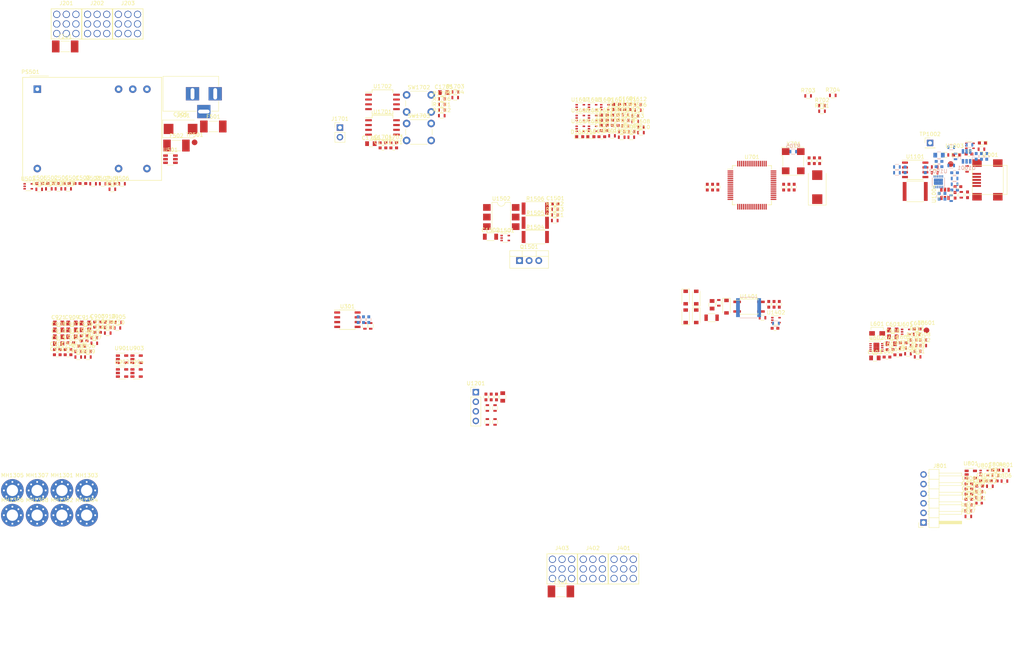
<source format=kicad_pcb>
(kicad_pcb (version 20171130) (host pcbnew "(5.0.0)")
  (layers (0 F.Cu signal) (31 B.Cu signal) (34 B.Paste user) (35 F.Paste user) (36 B.SilkS user) (37 F.SilkS user) (38 B.Mask user) (39 F.Mask user) (44 Edge.Cuts user))
  (net 0 "")
  (net 1 GND)
  (net 2 +3V3)
  (net 3 +12V)
  (net 4 "Net-(C605-Pad2)")
  (net 5 "Net-(C605-Pad1)")
  (net 6 "Net-(C606-Pad2)")
  (net 7 "Net-(C801-Pad1)")
  (net 8 +3.3VADC)
  (net 9 GNDA)
  (net 10 "Net-(C808-Pad1)")
  (net 11 "Net-(C916-Pad1)")
  (net 12 +5V_USB)
  (net 13 GND_USB)
  (net 14 "Net-(C1004-Pad1)")
  (net 15 "Net-(C1009-Pad1)")
  (net 16 "/USB UART Bridge/CONN_USB+")
  (net 17 "/USB UART Bridge/CONN_USB-")
  (net 18 "Net-(C1013-Pad1)")
  (net 19 "Net-(C1014-Pad1)")
  (net 20 "Net-(C1401-Pad1)")
  (net 21 "Net-(C1401-Pad2)")
  (net 22 GNDPWR)
  (net 23 TRIAC_HT_OUT)
  (net 24 "Net-(C1502-Pad1)")
  (net 25 "Net-(C1701-Pad1)")
  (net 26 "Net-(C1702-Pad1)")
  (net 27 "Net-(C1705-Pad1)")
  (net 28 "Net-(C1706-Pad1)")
  (net 29 "Net-(D1001-Pad1)")
  (net 30 "Net-(D1002-Pad1)")
  (net 31 HT)
  (net 32 NEUT)
  (net 33 "Net-(D1405-Pad1)")
  (net 34 "Net-(D1601-Pad1)")
  (net 35 "Net-(D1602-Pad1)")
  (net 36 "Net-(D1603-Pad1)")
  (net 37 "Net-(D1604-Pad1)")
  (net 38 "Net-(D1605-Pad1)")
  (net 39 "Net-(D1606-Pad1)")
  (net 40 "Net-(D1607-Pad1)")
  (net 41 "Net-(F201-Pad2)")
  (net 42 "Net-(F401-Pad1)")
  (net 43 "Net-(F501-Pad1)")
  (net 44 "Net-(F502-Pad2)")
  (net 45 Earth_Protective)
  (net 46 ICSPCLK)
  (net 47 ICSPDAT)
  (net 48 ~MCLR)
  (net 49 "Net-(J1001-Pad6)")
  (net 50 "Net-(R301-Pad2)")
  (net 51 POS12_ADC)
  (net 52 "Net-(R503-Pad2)")
  (net 53 "Net-(R504-Pad2)")
  (net 54 "Net-(R506-Pad2)")
  (net 55 POS12_PGOOD)
  (net 56 "Net-(Q501-Pad1)")
  (net 57 POS3P3_PGOOD)
  (net 58 POS3P3_ADC)
  (net 59 "Net-(R604-Pad2)")
  (net 60 "Net-(R605-Pad2)")
  (net 61 "Net-(R607-Pad1)")
  (net 62 I2C_SDA)
  (net 63 "Net-(R701-Pad2)")
  (net 64 I2C_SCL)
  (net 65 "Net-(R702-Pad1)")
  (net 66 "Net-(R705-Pad2)")
  (net 67 "Net-(R802-Pad2)")
  (net 68 "Net-(R803-Pad2)")
  (net 69 "Net-(R805-Pad2)")
  (net 70 ISNS_OUT)
  (net 71 "Net-(R901-Pad1)")
  (net 72 "Net-(R902-Pad2)")
  (net 73 "Net-(R904-Pad2)")
  (net 74 "Net-(R909-Pad1)")
  (net 75 ISNS_ADC)
  (net 76 "Net-(R1001-Pad2)")
  (net 77 "Net-(R1002-Pad2)")
  (net 78 "Net-(R1005-Pad2)")
  (net 79 "Net-(R1006-Pad2)")
  (net 80 "/USB UART Bridge/BRIDGE_USB+")
  (net 81 "/USB UART Bridge/BRIDGE_USB-")
  (net 82 ~USB_ACTIVE)
  (net 83 USB_UART_RX)
  (net 84 USB_UART_TX)
  (net 85 USB_UART_TX_ISO)
  (net 86 USB_UART_RX_ISO)
  (net 87 "Net-(R1201-Pad2)")
  (net 88 "Net-(R1202-Pad1)")
  (net 89 "Net-(R1403-Pad1)")
  (net 90 Zero_Cross_Detect)
  (net 91 SSR_Force)
  (net 92 SSR_Dim)
  (net 93 "Net-(R1503-Pad1)")
  (net 94 "Net-(R1503-Pad2)")
  (net 95 "Net-(Q1501-Pad3)")
  (net 96 ISNS_HT_OUT)
  (net 97 "Net-(R1505-Pad1)")
  (net 98 ~Active)
  (net 99 Comm_Error)
  (net 100 "Net-(R1603-Pad2)")
  (net 101 "Net-(R1604-Pad2)")
  (net 102 ICSP_DETECT)
  (net 103 Heartbeat)
  (net 104 "Net-(R1607-Pad2)")
  (net 105 "Net-(R1608-Pad2)")
  (net 106 ADC_Error)
  (net 107 "Net-(R1611-Pad2)")
  (net 108 "Net-(R1612-Pad2)")
  (net 109 "Net-(R1614-Pad2)")
  (net 110 "Net-(R1701-Pad2)")
  (net 111 "Net-(J1701-Pad2)")
  (net 112 "Net-(R1705-Pad1)")
  (net 113 SW_Toggle)
  (net 114 CLKIN)
  (net 115 "Net-(R905-Pad2)")
  (net 116 "Net-(R906-Pad1)")
  (net 117 "Net-(R908-Pad2)")
  (net 118 +0.825V_REF)
  (module Capacitors_SMD:C_0603 (layer B.Cu) (at 104.521 70.866 270)
    (fp_text reference C301 hide)
    (fp_text value 0.1uF)
    (pad 2 smd rect (at 0.75 0 270) (size 0.8 0.75) (layers B.Cu B.Paste B.Mask) (net 1 GND))
    (pad 1 smd rect (at -0.75 0 270) (size 0.8 0.75) (layers B.Cu B.Paste B.Mask) (net 2 +3V3))
  )
  (module Capacitors_SMD:C_0603 (layer B.Cu) (at 103.124 70.866 270)
    (fp_text reference C302 hide)
    (fp_text value 10nF)
    (pad 1 smd rect (at -0.75 0 270) (size 0.8 0.75) (layers B.Cu B.Paste B.Mask) (net 2 +3V3))
    (pad 2 smd rect (at 0.75 0 270) (size 0.8 0.75) (layers B.Cu B.Paste B.Mask) (net 1 GND))
  )
  (module Capacitors_SMD:C_0603 (layer B.Cu) (at 101.727 70.866 270)
    (fp_text reference C303 hide)
    (fp_text value 1nF)
    (pad 2 smd rect (at 0.75 0 270) (size 0.8 0.75) (layers B.Cu B.Paste B.Mask) (net 1 GND))
    (pad 1 smd rect (at -0.75 0 270) (size 0.8 0.75) (layers B.Cu B.Paste B.Mask) (net 2 +3V3))
  )
  (module Capacitors_SMD:C_0603 (layer F.Cu) (at 26.052001 34.855001)
    (fp_text reference C501 (at 0 -1.5) (layer F.SilkS))
    (fp_text value 0.1uF)
    (pad 1 smd rect (at -0.75 0) (size 0.8 0.75) (layers F.Cu F.Paste F.Mask) (net 3 +12V))
    (pad 2 smd rect (at 0.75 0) (size 0.8 0.75) (layers F.Cu F.Paste F.Mask) (net 1 GND))
  )
  (module Capacitors_SMD:C_0603 (layer F.Cu) (at 20.352001 34.855001)
    (fp_text reference C502 (at 0 -1.5) (layer F.SilkS))
    (fp_text value 10nF)
    (pad 2 smd rect (at 0.75 0) (size 0.8 0.75) (layers F.Cu F.Paste F.Mask) (net 1 GND))
    (pad 1 smd rect (at -0.75 0) (size 0.8 0.75) (layers F.Cu F.Paste F.Mask) (net 3 +12V))
  )
  (module Capacitors_SMD:C_0603 (layer F.Cu) (at 28.902001 34.855001)
    (fp_text reference C503 (at 0 -1.5) (layer F.SilkS))
    (fp_text value 1nF)
    (pad 1 smd rect (at -0.75 0) (size 0.8 0.75) (layers F.Cu F.Paste F.Mask) (net 3 +12V))
    (pad 2 smd rect (at 0.75 0) (size 0.8 0.75) (layers F.Cu F.Paste F.Mask) (net 1 GND))
  )
  (module Capacitors_SMD:C_0603 (layer F.Cu) (at 23.202001 34.855001)
    (fp_text reference C504 (at 0 -1.5) (layer F.SilkS))
    (fp_text value 0.1uF)
    (pad 1 smd rect (at -0.75 0) (size 0.8 0.75) (layers F.Cu F.Paste F.Mask) (net 3 +12V))
    (pad 2 smd rect (at 0.75 0) (size 0.8 0.75) (layers F.Cu F.Paste F.Mask) (net 1 GND))
  )
  (module Capacitors_Tantalum_SMD:CP_Tantalum_Case-X_EIA-7343-43_Reflow (layer F.Cu) (at 54.752001 20.425001)
    (fp_text reference C505 (at 0 -3.85) (layer F.SilkS))
    (fp_text value 47uF)
    (pad 2 smd rect (at 3.175 0) (size 2.55 2.7) (layers F.Cu F.Paste F.Mask) (net 1 GND))
    (pad 1 smd rect (at -3.175 0) (size 2.55 2.7) (layers F.Cu F.Paste F.Mask) (net 3 +12V))
  )
  (module Capacitors_SMD:C_0603 (layer F.Cu) (at 17.502001 34.855001)
    (fp_text reference C506 (at 0 -1.5) (layer F.SilkS))
    (fp_text value 0.1uF)
    (pad 2 smd rect (at 0.75 0) (size 0.8 0.75) (layers F.Cu F.Paste F.Mask) (net 1 GND))
    (pad 1 smd rect (at -0.75 0) (size 0.8 0.75) (layers F.Cu F.Paste F.Mask) (net 2 +3V3))
  )
  (module Capacitors_SMD:C_0805 (layer F.Cu) (at 243.135001 73.587001)
    (fp_text reference C601 (at 0 -1.5) (layer F.SilkS))
    (fp_text value 4.7uF)
    (pad 1 smd rect (at -1 0) (size 1 1.25) (layers F.Cu F.Paste F.Mask) (net 3 +12V))
    (pad 2 smd rect (at 1 0) (size 1 1.25) (layers F.Cu F.Paste F.Mask) (net 1 GND))
  )
  (module Capacitors_SMD:C_0603 (layer F.Cu) (at 241.585001 80.752001)
    (fp_text reference C602 (at 0 -1.5) (layer F.SilkS))
    (fp_text value 0.1uF)
    (pad 2 smd rect (at 0.75 0) (size 0.8 0.75) (layers F.Cu F.Paste F.Mask) (net 1 GND))
    (pad 1 smd rect (at -0.75 0) (size 0.8 0.75) (layers F.Cu F.Paste F.Mask) (net 2 +3V3))
  )
  (module Capacitors_SMD:C_0805 (layer F.Cu) (at 238.385001 80.987001)
    (fp_text reference C603 (at 0 -1.5) (layer F.SilkS))
    (fp_text value 4.7uF)
    (pad 2 smd rect (at 1 0) (size 1 1.25) (layers F.Cu F.Paste F.Mask) (net 1 GND))
    (pad 1 smd rect (at -1 0) (size 1 1.25) (layers F.Cu F.Paste F.Mask) (net 3 +12V))
  )
  (module Capacitors_SMD:C_0603 (layer F.Cu) (at 242.385001 78.822001)
    (fp_text reference C604 (at 0 -1.5) (layer F.SilkS))
    (fp_text value 0.1uF)
    (pad 1 smd rect (at -0.75 0) (size 0.8 0.75) (layers F.Cu F.Paste F.Mask) (net 3 +12V))
    (pad 2 smd rect (at 0.75 0) (size 0.8 0.75) (layers F.Cu F.Paste F.Mask) (net 1 GND))
  )
  (module Capacitors_SMD:C_0603 (layer F.Cu) (at 245.935001 76.992001)
    (fp_text reference C605 (at 0 -1.5) (layer F.SilkS))
    (fp_text value 0.47uF)
    (pad 2 smd rect (at 0.75 0) (size 0.8 0.75) (layers F.Cu F.Paste F.Mask) (net 4 "Net-(C605-Pad2)"))
    (pad 1 smd rect (at -0.75 0) (size 0.8 0.75) (layers F.Cu F.Paste F.Mask) (net 5 "Net-(C605-Pad1)"))
  )
  (module Capacitors_SMD:C_0603 (layer F.Cu) (at 249.585001 73.352001)
    (fp_text reference C606 (at 0 -1.5) (layer F.SilkS))
    (fp_text value 15pF)
    (pad 2 smd rect (at 0.75 0) (size 0.8 0.75) (layers F.Cu F.Paste F.Mask) (net 6 "Net-(C606-Pad2)"))
    (pad 1 smd rect (at -0.75 0) (size 0.8 0.75) (layers F.Cu F.Paste F.Mask) (net 2 +3V3))
  )
  (module Capacitors_SMD:C_0603 (layer F.Cu) (at 244.435001 80.172001)
    (fp_text reference C607 (at 0 -1.5) (layer F.SilkS))
    (fp_text value 0.1uF)
    (pad 1 smd rect (at -0.75 0) (size 0.8 0.75) (layers F.Cu F.Paste F.Mask) (net 2 +3V3))
    (pad 2 smd rect (at 0.75 0) (size 0.8 0.75) (layers F.Cu F.Paste F.Mask) (net 1 GND))
  )
  (module Capacitors_SMD:C_0805 (layer F.Cu) (at 243.135001 75.407001)
    (fp_text reference C608 (at 0 -1.5) (layer F.SilkS))
    (fp_text value 10uF)
    (pad 2 smd rect (at 1 0) (size 1 1.25) (layers F.Cu F.Paste F.Mask) (net 1 GND))
    (pad 1 smd rect (at -1 0) (size 1 1.25) (layers F.Cu F.Paste F.Mask) (net 2 +3V3))
  )
  (module Capacitors_SMD:C_0805 (layer F.Cu) (at 242.735001 77.237001)
    (fp_text reference C609 (at 0 -1.5) (layer F.SilkS))
    (fp_text value 10uF)
    (pad 2 smd rect (at 1 0) (size 1 1.25) (layers F.Cu F.Paste F.Mask) (net 1 GND))
    (pad 1 smd rect (at -1 0) (size 1 1.25) (layers F.Cu F.Paste F.Mask) (net 2 +3V3))
  )
  (module Capacitors_SMD:C_0603 (layer F.Cu) (at 194.056 35.814 90)
    (fp_text reference C701 hide)
    (fp_text value 0.1uF)
    (pad 1 smd rect (at -0.75 0 90) (size 0.8 0.75) (layers F.Cu F.Paste F.Mask) (net 2 +3V3))
    (pad 2 smd rect (at 0.75 0 90) (size 0.8 0.75) (layers F.Cu F.Paste F.Mask) (net 1 GND))
  )
  (module Capacitors_SMD:C_0603 (layer F.Cu) (at 195.453 35.814 90)
    (fp_text reference C702 hide)
    (fp_text value 10nF)
    (pad 2 smd rect (at 0.75 0 90) (size 0.8 0.75) (layers F.Cu F.Paste F.Mask) (net 1 GND))
    (pad 1 smd rect (at -0.75 0 90) (size 0.8 0.75) (layers F.Cu F.Paste F.Mask) (net 2 +3V3))
  )
  (module Capacitors_SMD:C_0603 (layer F.Cu) (at 196.85 35.814 90)
    (fp_text reference C703 hide)
    (fp_text value 1nF)
    (pad 1 smd rect (at -0.75 0 90) (size 0.8 0.75) (layers F.Cu F.Paste F.Mask) (net 2 +3V3))
    (pad 2 smd rect (at 0.75 0 90) (size 0.8 0.75) (layers F.Cu F.Paste F.Mask) (net 1 GND))
  )
  (module Capacitors_SMD:C_0603 (layer F.Cu) (at 214.249 35.814 90)
    (fp_text reference C704 hide)
    (fp_text value 0.1uF)
    (pad 2 smd rect (at 0.75 0 90) (size 0.8 0.75) (layers F.Cu F.Paste F.Mask) (net 1 GND))
    (pad 1 smd rect (at -0.75 0 90) (size 0.8 0.75) (layers F.Cu F.Paste F.Mask) (net 2 +3V3))
  )
  (module Capacitors_SMD:C_0603 (layer F.Cu) (at 215.646 35.814 90)
    (fp_text reference C705 hide)
    (fp_text value 10nF)
    (pad 1 smd rect (at -0.75 0 90) (size 0.8 0.75) (layers F.Cu F.Paste F.Mask) (net 2 +3V3))
    (pad 2 smd rect (at 0.75 0 90) (size 0.8 0.75) (layers F.Cu F.Paste F.Mask) (net 1 GND))
  )
  (module Capacitors_SMD:C_0603 (layer F.Cu) (at 217.043 35.814 90)
    (fp_text reference C706 hide)
    (fp_text value 1nF)
    (pad 2 smd rect (at 0.75 0 90) (size 0.8 0.75) (layers F.Cu F.Paste F.Mask) (net 1 GND))
    (pad 1 smd rect (at -0.75 0 90) (size 0.8 0.75) (layers F.Cu F.Paste F.Mask) (net 2 +3V3))
  )
  (module Capacitors_Tantalum_SMD:CP_Tantalum_Case-X_EIA-7343-43_Reflow (layer F.Cu) (at 223.139 35.814 90)
    (fp_text reference C707 hide)
    (fp_text value 47uF)
    (pad 1 smd rect (at -3.175 0 90) (size 2.55 2.7) (layers F.Cu F.Paste F.Mask) (net 2 +3V3))
    (pad 2 smd rect (at 3.175 0 90) (size 2.55 2.7) (layers F.Cu F.Paste F.Mask) (net 1 GND))
  )
  (module Capacitors_SMD:C_0603 (layer F.Cu) (at 223.774 28.829 270)
    (fp_text reference C708 hide)
    (fp_text value 0.1uF)
    (pad 1 smd rect (at -0.75 0 270) (size 0.8 0.75) (layers F.Cu F.Paste F.Mask) (net 2 +3V3))
    (pad 2 smd rect (at 0.75 0 270) (size 0.8 0.75) (layers F.Cu F.Paste F.Mask) (net 1 GND))
  )
  (module Capacitors_SMD:C_0603 (layer F.Cu) (at 222.377 28.829 270)
    (fp_text reference C709 hide)
    (fp_text value 10nF)
    (pad 2 smd rect (at 0.75 0 270) (size 0.8 0.75) (layers F.Cu F.Paste F.Mask) (net 1 GND))
    (pad 1 smd rect (at -0.75 0 270) (size 0.8 0.75) (layers F.Cu F.Paste F.Mask) (net 2 +3V3))
  )
  (module Capacitors_SMD:C_0603 (layer F.Cu) (at 220.98 28.829 270)
    (fp_text reference C710 hide)
    (fp_text value 1nF)
    (pad 1 smd rect (at -0.75 0 270) (size 0.8 0.75) (layers F.Cu F.Paste F.Mask) (net 2 +3V3))
    (pad 2 smd rect (at 0.75 0 270) (size 0.8 0.75) (layers F.Cu F.Paste F.Mask) (net 1 GND))
  )
  (module Capacitors_SMD:C_0603 (layer F.Cu) (at 269.953001 113.518001)
    (fp_text reference C801 (at 0 -1.5) (layer F.SilkS))
    (fp_text value 0.1uF)
    (pad 1 smd rect (at -0.75 0) (size 0.8 0.75) (layers F.Cu F.Paste F.Mask) (net 7 "Net-(C801-Pad1)"))
    (pad 2 smd rect (at 0.75 0) (size 0.8 0.75) (layers F.Cu F.Paste F.Mask) (net 1 GND))
  )
  (module Capacitors_SMD:C_0603 (layer F.Cu) (at 263.253001 118.368001)
    (fp_text reference C802 (at 0 -1.5) (layer F.SilkS))
    (fp_text value 0.1uF)
    (pad 2 smd rect (at 0.75 0) (size 0.8 0.75) (layers F.Cu F.Paste F.Mask) (net 1 GND))
    (pad 1 smd rect (at -0.75 0) (size 0.8 0.75) (layers F.Cu F.Paste F.Mask) (net 3 +12V))
  )
  (module Capacitors_SMD:C_0603 (layer F.Cu) (at 266.103001 114.868001)
    (fp_text reference C803 (at 0 -1.5) (layer F.SilkS))
    (fp_text value 0.1uF)
    (pad 1 smd rect (at -0.75 0) (size 0.8 0.75) (layers F.Cu F.Paste F.Mask) (net 8 +3.3VADC))
    (pad 2 smd rect (at 0.75 0) (size 0.8 0.75) (layers F.Cu F.Paste F.Mask) (net 9 GNDA))
  )
  (module Capacitors_SMD:C_0603 (layer F.Cu) (at 270.353001 110.668001)
    (fp_text reference C804 (at 0 -1.5) (layer F.SilkS))
    (fp_text value 10nF)
    (pad 1 smd rect (at -0.75 0) (size 0.8 0.75) (layers F.Cu F.Paste F.Mask) (net 8 +3.3VADC))
    (pad 2 smd rect (at 0.75 0) (size 0.8 0.75) (layers F.Cu F.Paste F.Mask) (net 9 GNDA))
  )
  (module Capacitors_SMD:C_0603 (layer F.Cu) (at 263.253001 117.018001)
    (fp_text reference C805 (at 0 -1.5) (layer F.SilkS))
    (fp_text value 1nF)
    (pad 2 smd rect (at 0.75 0) (size 0.8 0.75) (layers F.Cu F.Paste F.Mask) (net 9 GNDA))
    (pad 1 smd rect (at -0.75 0) (size 0.8 0.75) (layers F.Cu F.Paste F.Mask) (net 8 +3.3VADC))
  )
  (module Capacitors_SMD:C_0603 (layer F.Cu) (at 263.253001 115.668001)
    (fp_text reference C806 (at 0 -1.5) (layer F.SilkS))
    (fp_text value 0.1uF)
    (pad 2 smd rect (at 0.75 0) (size 0.8 0.75) (layers F.Cu F.Paste F.Mask) (net 1 GND))
    (pad 1 smd rect (at -0.75 0) (size 0.8 0.75) (layers F.Cu F.Paste F.Mask) (net 2 +3V3))
  )
  (module Capacitors_SMD:C_0603 (layer F.Cu) (at 267.103001 113.518001)
    (fp_text reference C807 (at 0 -1.5) (layer F.SilkS))
    (fp_text value 0.1uF)
    (pad 1 smd rect (at -0.75 0) (size 0.8 0.75) (layers F.Cu F.Paste F.Mask) (net 2 +3V3))
    (pad 2 smd rect (at 0.75 0) (size 0.8 0.75) (layers F.Cu F.Paste F.Mask) (net 1 GND))
  )
  (module Capacitors_SMD:C_0603 (layer F.Cu) (at 263.253001 114.318001)
    (fp_text reference C808 (at 0 -1.5) (layer F.SilkS))
    (fp_text value 0.1uF)
    (pad 2 smd rect (at 0.75 0) (size 0.8 0.75) (layers F.Cu F.Paste F.Mask) (net 1 GND))
    (pad 1 smd rect (at -0.75 0) (size 0.8 0.75) (layers F.Cu F.Paste F.Mask) (net 10 "Net-(C808-Pad1)"))
  )
  (module Capacitors_SMD:C_0603 (layer F.Cu) (at 22.130001 78.799001)
    (fp_text reference C901 (at 0 -1.5) (layer F.SilkS))
    (fp_text value 0.1uF)
    (pad 1 smd rect (at -0.75 0) (size 0.8 0.75) (layers F.Cu F.Paste F.Mask) (net 2 +3V3))
    (pad 2 smd rect (at 0.75 0) (size 0.8 0.75) (layers F.Cu F.Paste F.Mask) (net 1 GND))
  )
  (module Capacitors_SMD:C_0603 (layer F.Cu) (at 22.130001 80.149001)
    (fp_text reference C902 (at 0 -1.5) (layer F.SilkS))
    (fp_text value 0.1uF)
    (pad 2 smd rect (at 0.75 0) (size 0.8 0.75) (layers F.Cu F.Paste F.Mask) (net 1 GND))
    (pad 1 smd rect (at -0.75 0) (size 0.8 0.75) (layers F.Cu F.Paste F.Mask) (net 2 +3V3))
  )
  (module Capacitors_SMD:C_0603 (layer F.Cu) (at 32.780001 71.519001)
    (fp_text reference C903 (at 0 -1.5) (layer F.SilkS))
    (fp_text value 10nF)
    (pad 2 smd rect (at 0.75 0) (size 0.8 0.75) (layers F.Cu F.Paste F.Mask) (net 1 GND))
    (pad 1 smd rect (at -0.75 0) (size 0.8 0.75) (layers F.Cu F.Paste F.Mask) (net 2 +3V3))
  )
  (module Capacitors_SMD:C_0603 (layer F.Cu) (at 24.980001 78.799001)
    (fp_text reference C904 (at 0 -1.5) (layer F.SilkS))
    (fp_text value 10nF)
    (pad 1 smd rect (at -0.75 0) (size 0.8 0.75) (layers F.Cu F.Paste F.Mask) (net 2 +3V3))
    (pad 2 smd rect (at 0.75 0) (size 0.8 0.75) (layers F.Cu F.Paste F.Mask) (net 1 GND))
  )
  (module Capacitors_SMD:C_0603 (layer F.Cu) (at 25.680001 76.979001)
    (fp_text reference C905 (at 0 -1.5) (layer F.SilkS))
    (fp_text value 1nF)
    (pad 1 smd rect (at -0.75 0) (size 0.8 0.75) (layers F.Cu F.Paste F.Mask) (net 2 +3V3))
    (pad 2 smd rect (at 0.75 0) (size 0.8 0.75) (layers F.Cu F.Paste F.Mask) (net 1 GND))
  )
  (module Capacitors_SMD:C_0603 (layer F.Cu) (at 29.230001 75.159001)
    (fp_text reference C906 (at 0 -1.5) (layer F.SilkS))
    (fp_text value 1nF)
    (pad 2 smd rect (at 0.75 0) (size 0.8 0.75) (layers F.Cu F.Paste F.Mask) (net 1 GND))
    (pad 1 smd rect (at -0.75 0) (size 0.8 0.75) (layers F.Cu F.Paste F.Mask) (net 2 +3V3))
  )
  (module Capacitors_SMD:C_0805 (layer F.Cu) (at 26.030001 73.574001)
    (fp_text reference C907 (at 0 -1.5) (layer F.SilkS))
    (fp_text value 10uF)
    (pad 2 smd rect (at 1 0) (size 1 1.25) (layers F.Cu F.Paste F.Mask) (net 1 GND))
    (pad 1 smd rect (at -1 0) (size 1 1.25) (layers F.Cu F.Paste F.Mask) (net 2 +3V3))
  )
  (module Capacitors_SMD:C_0805 (layer F.Cu) (at 22.480001 73.574001)
    (fp_text reference C908 (at 0 -1.5) (layer F.SilkS))
    (fp_text value 10uF)
    (pad 2 smd rect (at 1 0) (size 1 1.25) (layers F.Cu F.Paste F.Mask) (net 1 GND))
    (pad 1 smd rect (at -1 0) (size 1 1.25) (layers F.Cu F.Paste F.Mask) (net 2 +3V3))
  )
  (module Capacitors_SMD:C_0805 (layer F.Cu) (at 26.030001 71.754001)
    (fp_text reference C909 (at 0 -1.5) (layer F.SilkS))
    (fp_text value 1uF)
    (pad 1 smd rect (at -1 0) (size 1 1.25) (layers F.Cu F.Paste F.Mask) (net 2 +3V3))
    (pad 2 smd rect (at 1 0) (size 1 1.25) (layers F.Cu F.Paste F.Mask) (net 1 GND))
  )
  (module Capacitors_SMD:C_0805 (layer F.Cu) (at 22.480001 75.394001)
    (fp_text reference C910 (at 0 -1.5) (layer F.SilkS))
    (fp_text value 1uF)
    (pad 1 smd rect (at -1 0) (size 1 1.25) (layers F.Cu F.Paste F.Mask) (net 2 +3V3))
    (pad 2 smd rect (at 1 0) (size 1 1.25) (layers F.Cu F.Paste F.Mask) (net 1 GND))
  )
  (module Capacitors_SMD:C_0603 (layer F.Cu) (at 32.780001 74.219001)
    (fp_text reference C911 (at 0 -1.5) (layer F.SilkS))
    (fp_text value 0.1uF)
    (pad 2 smd rect (at 0.75 0) (size 0.8 0.75) (layers F.Cu F.Paste F.Mask) (net 1 GND))
    (pad 1 smd rect (at -0.75 0) (size 0.8 0.75) (layers F.Cu F.Paste F.Mask) (net 2 +3V3))
  )
  (module Capacitors_SMD:C_0603 (layer F.Cu) (at 28.530001 77.859001)
    (fp_text reference C912 (at 0 -1.5) (layer F.SilkS))
    (fp_text value 10nF)
    (pad 1 smd rect (at -0.75 0) (size 0.8 0.75) (layers F.Cu F.Paste F.Mask) (net 2 +3V3))
    (pad 2 smd rect (at 0.75 0) (size 0.8 0.75) (layers F.Cu F.Paste F.Mask) (net 1 GND))
  )
  (module Capacitors_SMD:C_0603 (layer F.Cu) (at 35.630001 71.519001)
    (fp_text reference C913 (at 0 -1.5) (layer F.SilkS))
    (fp_text value 1nF)
    (pad 2 smd rect (at 0.75 0) (size 0.8 0.75) (layers F.Cu F.Paste F.Mask) (net 1 GND))
    (pad 1 smd rect (at -0.75 0) (size 0.8 0.75) (layers F.Cu F.Paste F.Mask) (net 2 +3V3))
  )
  (module Capacitors_SMD:C_0805 (layer F.Cu) (at 29.580001 71.754001)
    (fp_text reference C914 (at 0 -1.5) (layer F.SilkS))
    (fp_text value 10uF)
    (pad 1 smd rect (at -1 0) (size 1 1.25) (layers F.Cu F.Paste F.Mask) (net 2 +3V3))
    (pad 2 smd rect (at 1 0) (size 1 1.25) (layers F.Cu F.Paste F.Mask) (net 1 GND))
  )
  (module Capacitors_SMD:C_0805 (layer F.Cu) (at 22.480001 77.214001)
    (fp_text reference C915 (at 0 -1.5) (layer F.SilkS))
    (fp_text value 1uF)
    (pad 2 smd rect (at 1 0) (size 1 1.25) (layers F.Cu F.Paste F.Mask) (net 1 GND))
    (pad 1 smd rect (at -1 0) (size 1 1.25) (layers F.Cu F.Paste F.Mask) (net 2 +3V3))
  )
  (module Capacitors_SMD:C_0805 (layer F.Cu) (at 26.030001 75.394001)
    (fp_text reference C916 (at 0 -1.5) (layer F.SilkS))
    (fp_text value 10uF)
    (pad 1 smd rect (at -1 0) (size 1 1.25) (layers F.Cu F.Paste F.Mask) (net 11 "Net-(C916-Pad1)"))
    (pad 2 smd rect (at 1 0) (size 1 1.25) (layers F.Cu F.Paste F.Mask) (net 1 GND))
  )
  (module Capacitors_SMD:C_0603 (layer F.Cu) (at 24.980001 80.149001)
    (fp_text reference C917 (at 0 -1.5) (layer F.SilkS))
    (fp_text value 0.1uF)
    (pad 2 smd rect (at 0.75 0) (size 0.8 0.75) (layers F.Cu F.Paste F.Mask) (net 1 GND))
    (pad 1 smd rect (at -0.75 0) (size 0.8 0.75) (layers F.Cu F.Paste F.Mask) (net 2 +3V3))
  )
  (module Capacitors_SMD:C_0603 (layer F.Cu) (at 29.230001 76.509001)
    (fp_text reference C918 (at 0 -1.5) (layer F.SilkS))
    (fp_text value 10nF)
    (pad 2 smd rect (at 0.75 0) (size 0.8 0.75) (layers F.Cu F.Paste F.Mask) (net 1 GND))
    (pad 1 smd rect (at -0.75 0) (size 0.8 0.75) (layers F.Cu F.Paste F.Mask) (net 2 +3V3))
  )
  (module Capacitors_SMD:C_0603 (layer F.Cu) (at 32.780001 72.869001)
    (fp_text reference C919 (at 0 -1.5) (layer F.SilkS))
    (fp_text value 1nF)
    (pad 1 smd rect (at -0.75 0) (size 0.8 0.75) (layers F.Cu F.Paste F.Mask) (net 2 +3V3))
    (pad 2 smd rect (at 0.75 0) (size 0.8 0.75) (layers F.Cu F.Paste F.Mask) (net 1 GND))
  )
  (module Capacitors_SMD:C_0805 (layer F.Cu) (at 29.580001 73.574001)
    (fp_text reference C920 (at 0 -1.5) (layer F.SilkS))
    (fp_text value 10uF)
    (pad 1 smd rect (at -1 0) (size 1 1.25) (layers F.Cu F.Paste F.Mask) (net 2 +3V3))
    (pad 2 smd rect (at 1 0) (size 1 1.25) (layers F.Cu F.Paste F.Mask) (net 1 GND))
  )
  (module Capacitors_SMD:C_0805 (layer F.Cu) (at 22.480001 71.754001)
    (fp_text reference C921 (at 0 -1.5) (layer F.SilkS))
    (fp_text value 1uF)
    (pad 2 smd rect (at 1 0) (size 1 1.25) (layers F.Cu F.Paste F.Mask) (net 1 GND))
    (pad 1 smd rect (at -1 0) (size 1 1.25) (layers F.Cu F.Paste F.Mask) (net 2 +3V3))
  )
  (module Capacitors_SMD:C_0603 (layer B.Cu) (at 267.97 27.686 270)
    (fp_text reference C1001 hide)
    (fp_text value 0.1uF)
    (pad 1 smd rect (at -0.75 0 270) (size 0.8 0.75) (layers B.Cu B.Paste B.Mask) (net 12 +5V_USB))
    (pad 2 smd rect (at 0.75 0 270) (size 0.8 0.75) (layers B.Cu B.Paste B.Mask) (net 13 GND_USB))
  )
  (module Capacitors_SMD:C_0603 (layer B.Cu) (at 266.573 27.686 270)
    (fp_text reference C1002 hide)
    (fp_text value 10nF)
    (pad 2 smd rect (at 0.75 0 270) (size 0.8 0.75) (layers B.Cu B.Paste B.Mask) (net 13 GND_USB))
    (pad 1 smd rect (at -0.75 0 270) (size 0.8 0.75) (layers B.Cu B.Paste B.Mask) (net 12 +5V_USB))
  )
  (module Capacitors_SMD:C_0603 (layer B.Cu) (at 265.176 27.686 270)
    (fp_text reference C1003 hide)
    (fp_text value 1nF)
    (pad 1 smd rect (at -0.75 0 270) (size 0.8 0.75) (layers B.Cu B.Paste B.Mask) (net 12 +5V_USB))
    (pad 2 smd rect (at 0.75 0 270) (size 0.8 0.75) (layers B.Cu B.Paste B.Mask) (net 13 GND_USB))
  )
  (module Capacitors_SMD:C_0603 (layer B.Cu) (at 256.921 38.227 270)
    (fp_text reference C1004 hide)
    (fp_text value 0.1uF)
    (pad 1 smd rect (at -0.75 0 270) (size 0.8 0.75) (layers B.Cu B.Paste B.Mask) (net 14 "Net-(C1004-Pad1)"))
    (pad 2 smd rect (at 0.75 0 270) (size 0.8 0.75) (layers B.Cu B.Paste B.Mask) (net 13 GND_USB))
  )
  (module Capacitors_SMD:C_0603 (layer B.Cu) (at 255.35255 30.405705)
    (fp_text reference C1005 hide)
    (fp_text value 0.1uF)
    (pad 2 smd rect (at 0.75 0) (size 0.8 0.75) (layers B.Cu B.Paste B.Mask) (net 13 GND_USB))
    (pad 1 smd rect (at -0.75 0) (size 0.8 0.75) (layers B.Cu B.Paste B.Mask) (net 12 +5V_USB))
  )
  (module Capacitors_SMD:C_0603 (layer B.Cu) (at 255.35255 29.008705)
    (fp_text reference C1006 hide)
    (fp_text value 0.1uF)
    (pad 1 smd rect (at -0.75 0) (size 0.8 0.75) (layers B.Cu B.Paste B.Mask) (net 12 +5V_USB))
    (pad 2 smd rect (at 0.75 0) (size 0.8 0.75) (layers B.Cu B.Paste B.Mask) (net 13 GND_USB))
  )
  (module Capacitors_SMD:C_0603 (layer F.Cu) (at 263.271 27.051 180)
    (fp_text reference C1007 hide)
    (fp_text value 0.1uF)
    (pad 2 smd rect (at 0.75 0 180) (size 0.8 0.75) (layers F.Cu F.Paste F.Mask) (net 13 GND_USB))
    (pad 1 smd rect (at -0.75 0 180) (size 0.8 0.75) (layers F.Cu F.Paste F.Mask) (net 12 +5V_USB))
  )
  (module Capacitors_SMD:C_0805 (layer B.Cu) (at 255.35255 27.357705)
    (fp_text reference C1008 hide)
    (fp_text value 4.7uF)
    (pad 2 smd rect (at 1 0) (size 1 1.25) (layers B.Cu B.Paste B.Mask) (net 13 GND_USB))
    (pad 1 smd rect (at -1 0) (size 1 1.25) (layers B.Cu B.Paste B.Mask) (net 12 +5V_USB))
  )
  (module Capacitors_SMD:C_0603 (layer B.Cu) (at 255.397 38.227 270)
    (fp_text reference C1009 hide)
    (fp_text value 0.1uF)
    (pad 2 smd rect (at 0.75 0 270) (size 0.8 0.75) (layers B.Cu B.Paste B.Mask) (net 13 GND_USB))
    (pad 1 smd rect (at -0.75 0 270) (size 0.8 0.75) (layers B.Cu B.Paste B.Mask) (net 15 "Net-(C1009-Pad1)"))
  )
  (module Capacitors_SMD:C_0603 (layer B.Cu) (at 259.461 32.004 180)
    (fp_text reference C1010 hide)
    (fp_text value 47pF)
    (pad 1 smd rect (at -0.75 0 180) (size 0.8 0.75) (layers B.Cu B.Paste B.Mask) (net 16 "/USB UART Bridge/CONN_USB+"))
    (pad 2 smd rect (at 0.75 0 180) (size 0.8 0.75) (layers B.Cu B.Paste B.Mask) (net 13 GND_USB))
  )
  (module Capacitors_SMD:C_0603 (layer B.Cu) (at 259.461 36.576 180)
    (fp_text reference C1011 hide)
    (fp_text value 47pF)
    (pad 2 smd rect (at 0.75 0 180) (size 0.8 0.75) (layers B.Cu B.Paste B.Mask) (net 13 GND_USB))
    (pad 1 smd rect (at -0.75 0 180) (size 0.8 0.75) (layers B.Cu B.Paste B.Mask) (net 17 "/USB UART Bridge/CONN_USB-"))
  )
  (module Capacitors_SMD:C_0603 (layer F.Cu) (at 260.35 35.687)
    (fp_text reference C1012 hide)
    (fp_text value 0.1uF)
    (pad 1 smd rect (at -0.75 0) (size 0.8 0.75) (layers F.Cu F.Paste F.Mask) (net 12 +5V_USB))
    (pad 2 smd rect (at 0.75 0) (size 0.8 0.75) (layers F.Cu F.Paste F.Mask) (net 13 GND_USB))
  )
  (module Capacitors_SMD:C_0603 (layer F.Cu) (at 259.588 37.973 90)
    (fp_text reference C1013 hide)
    (fp_text value 0.1uF)
    (pad 1 smd rect (at -0.75 0 90) (size 0.8 0.75) (layers F.Cu F.Paste F.Mask) (net 18 "Net-(C1013-Pad1)"))
    (pad 2 smd rect (at 0.75 0 90) (size 0.8 0.75) (layers F.Cu F.Paste F.Mask) (net 13 GND_USB))
  )
  (module Capacitors_SMD:C_0603 (layer F.Cu) (at 262.89 37.846 270)
    (fp_text reference C1014 hide)
    (fp_text value 0.1uF)
    (pad 2 smd rect (at 0.75 0 270) (size 0.8 0.75) (layers F.Cu F.Paste F.Mask) (net 13 GND_USB))
    (pad 1 smd rect (at -0.75 0 270) (size 0.8 0.75) (layers F.Cu F.Paste F.Mask) (net 19 "Net-(C1014-Pad1)"))
  )
  (module Capacitors_SMD:C_0603 (layer B.Cu) (at 246.38 31.242 270)
    (fp_text reference C1101 hide)
    (fp_text value 0.1uF)
    (pad 2 smd rect (at 0.75 0 270) (size 0.8 0.75) (layers B.Cu B.Paste B.Mask) (net 1 GND))
    (pad 1 smd rect (at -0.75 0 270) (size 0.8 0.75) (layers B.Cu B.Paste B.Mask) (net 2 +3V3))
  )
  (module Capacitors_SMD:C_2220 (layer F.Cu) (at 249.047 36.957 180)
    (fp_text reference C1102 hide)
    (fp_text value 0.056uF)
    (pad 2 smd rect (at 2.8 0 180) (size 1 5) (layers F.Cu F.Paste F.Mask) (net 1 GND))
    (pad 1 smd rect (at -2.8 0 180) (size 1 5) (layers F.Cu F.Paste F.Mask) (net 13 GND_USB))
  )
  (module Capacitors_SMD:C_0603 (layer B.Cu) (at 251.714 31.242 270)
    (fp_text reference C1103 hide)
    (fp_text value 0.1uF)
    (pad 1 smd rect (at -0.75 0 270) (size 0.8 0.75) (layers B.Cu B.Paste B.Mask) (net 12 +5V_USB))
    (pad 2 smd rect (at 0.75 0 270) (size 0.8 0.75) (layers B.Cu B.Paste B.Mask) (net 13 GND_USB))
  )
  (module Capacitors_SMD:C_0603 (layer F.Cu) (at 135.509 91.313 90)
    (fp_text reference C1201 hide)
    (fp_text value 0.1uF)
    (pad 1 smd rect (at -0.75 0 90) (size 0.8 0.75) (layers F.Cu F.Paste F.Mask) (net 2 +3V3))
    (pad 2 smd rect (at 0.75 0 90) (size 0.8 0.75) (layers F.Cu F.Paste F.Mask) (net 1 GND))
  )
  (module Capacitors_SMD:C_0603 (layer F.Cu) (at 136.906 91.313 90)
    (fp_text reference C1202 hide)
    (fp_text value 10nF)
    (pad 2 smd rect (at 0.75 0 90) (size 0.8 0.75) (layers F.Cu F.Paste F.Mask) (net 1 GND))
    (pad 1 smd rect (at -0.75 0 90) (size 0.8 0.75) (layers F.Cu F.Paste F.Mask) (net 2 +3V3))
  )
  (module Capacitors_SMD:C_0603 (layer F.Cu) (at 138.303 91.313 90)
    (fp_text reference C1203 hide)
    (fp_text value 1nF)
    (pad 2 smd rect (at 0.75 0 90) (size 0.8 0.75) (layers F.Cu F.Paste F.Mask) (net 1 GND))
    (pad 1 smd rect (at -0.75 0 90) (size 0.8 0.75) (layers F.Cu F.Paste F.Mask) (net 2 +3V3))
  )
  (module Capacitors_SMD:C_0805 (layer F.Cu) (at 139.954 91.313 90)
    (fp_text reference C1204 hide)
    (fp_text value 1uF)
    (pad 1 smd rect (at -1 0 90) (size 1 1.25) (layers F.Cu F.Paste F.Mask) (net 2 +3V3))
    (pad 2 smd rect (at 1 0 90) (size 1 1.25) (layers F.Cu F.Paste F.Mask) (net 1 GND))
  )
  (module Capacitors_SMD:C_0805 (layer F.Cu) (at 195.326 66.929 90)
    (fp_text reference C1401 hide)
    (fp_text value 4.7nF)
    (pad 1 smd rect (at -1 0 90) (size 1 1.25) (layers F.Cu F.Paste F.Mask) (net 20 "Net-(C1401-Pad1)"))
    (pad 2 smd rect (at 1 0 90) (size 1 1.25) (layers F.Cu F.Paste F.Mask) (net 21 "Net-(C1401-Pad2)"))
  )
  (module Capacitors_SMD:C_2220 (layer B.Cu) (at 204.978 67.691 180)
    (fp_text reference C1402 hide)
    (fp_text value 0.056uF)
    (pad 1 smd rect (at -2.8 0 180) (size 1 5) (layers B.Cu B.Paste B.Mask) (net 1 GND))
    (pad 2 smd rect (at 2.8 0 180) (size 1 5) (layers B.Cu B.Paste B.Mask) (net 22 GNDPWR))
  )
  (module Capacitors_SMD:C_0603 (layer F.Cu) (at 210.312 66.814 270)
    (fp_text reference C1403 hide)
    (fp_text value 0.1uF)
    (pad 1 smd rect (at -0.75 0 270) (size 0.8 0.75) (layers F.Cu F.Paste F.Mask) (net 2 +3V3))
    (pad 2 smd rect (at 0.75 0 270) (size 0.8 0.75) (layers F.Cu F.Paste F.Mask) (net 1 GND))
  )
  (module Capacitors_SMD:C_0603 (layer F.Cu) (at 211.709 66.814 270)
    (fp_text reference C1404 hide)
    (fp_text value 10nF)
    (pad 2 smd rect (at 0.75 0 270) (size 0.8 0.75) (layers F.Cu F.Paste F.Mask) (net 1 GND))
    (pad 1 smd rect (at -0.75 0 270) (size 0.8 0.75) (layers F.Cu F.Paste F.Mask) (net 2 +3V3))
  )
  (module Capacitors_SMD:C_0603 (layer F.Cu) (at 213.106 66.814 270)
    (fp_text reference C1405 hide)
    (fp_text value 0.1uF)
    (pad 2 smd rect (at 0.75 0 270) (size 0.8 0.75) (layers F.Cu F.Paste F.Mask) (net 1 GND))
    (pad 1 smd rect (at -0.75 0 270) (size 0.8 0.75) (layers F.Cu F.Paste F.Mask) (net 2 +3V3))
  )
  (module Capacitors_SMD:C_0603 (layer F.Cu) (at 211.963 73.152 180)
    (fp_text reference C1406 hide)
    (fp_text value 1nF)
    (pad 1 smd rect (at -0.75 0 180) (size 0.8 0.75) (layers F.Cu F.Paste F.Mask) (net 2 +3V3))
    (pad 2 smd rect (at 0.75 0 180) (size 0.8 0.75) (layers F.Cu F.Paste F.Mask) (net 1 GND))
  )
  (module Capacitors_SMD:C_0603 (layer F.Cu) (at 153.865001 40.277001)
    (fp_text reference C1501 (at 0 -1.5) (layer F.SilkS))
    (fp_text value 0.1uF)
    (pad 2 smd rect (at 0.75 0) (size 0.8 0.75) (layers F.Cu F.Paste F.Mask) (net 1 GND))
    (pad 1 smd rect (at -0.75 0) (size 0.8 0.75) (layers F.Cu F.Paste F.Mask) (net 2 +3V3))
  )
  (module Capacitors_SMD:C_1206 (layer F.Cu) (at 136.715001 48.932001)
    (fp_text reference C1502 (at 0 -1.75) (layer F.SilkS))
    (fp_text value 10nF)
    (pad 2 smd rect (at 1.5 0) (size 1 1.6) (layers F.Cu F.Paste F.Mask) (net 23 TRIAC_HT_OUT))
    (pad 1 smd rect (at -1.5 0) (size 1 1.6) (layers F.Cu F.Paste F.Mask) (net 24 "Net-(C1502-Pad1)"))
  )
  (module Capacitors_SMD:C_0603 (layer F.Cu) (at 172.963001 13.929001)
    (fp_text reference C1601 (at 0 -1.5) (layer F.SilkS))
    (fp_text value 0.1uF)
    (pad 2 smd rect (at 0.75 0) (size 0.8 0.75) (layers F.Cu F.Paste F.Mask) (net 1 GND))
    (pad 1 smd rect (at -0.75 0) (size 0.8 0.75) (layers F.Cu F.Paste F.Mask) (net 2 +3V3))
  )
  (module Capacitors_SMD:C_0603 (layer F.Cu) (at 169.713001 16.779001)
    (fp_text reference C1602 (at 0 -1.5) (layer F.SilkS))
    (fp_text value 0.1uF)
    (pad 1 smd rect (at -0.75 0) (size 0.8 0.75) (layers F.Cu F.Paste F.Mask) (net 2 +3V3))
    (pad 2 smd rect (at 0.75 0) (size 0.8 0.75) (layers F.Cu F.Paste F.Mask) (net 1 GND))
  )
  (module Capacitors_SMD:C_0603 (layer F.Cu) (at 169.713001 19.479001)
    (fp_text reference C1603 (at 0 -1.5) (layer F.SilkS))
    (fp_text value 0.1uF)
    (pad 1 smd rect (at -0.75 0) (size 0.8 0.75) (layers F.Cu F.Paste F.Mask) (net 2 +3V3))
    (pad 2 smd rect (at 0.75 0) (size 0.8 0.75) (layers F.Cu F.Paste F.Mask) (net 1 GND))
  )
  (module Capacitors_SMD:C_0603 (layer F.Cu) (at 166.763001 20.829001)
    (fp_text reference C1604 (at 0 -1.5) (layer F.SilkS))
    (fp_text value 0.1uF)
    (pad 1 smd rect (at -0.75 0) (size 0.8 0.75) (layers F.Cu F.Paste F.Mask) (net 2 +3V3))
    (pad 2 smd rect (at 0.75 0) (size 0.8 0.75) (layers F.Cu F.Paste F.Mask) (net 1 GND))
  )
  (module Capacitors_SMD:C_0603 (layer F.Cu) (at 166.163001 22.479001)
    (fp_text reference C1605 (at 0 -1.5) (layer F.SilkS))
    (fp_text value 0.1uF)
    (pad 2 smd rect (at 0.75 0) (size 0.8 0.75) (layers F.Cu F.Paste F.Mask) (net 1 GND))
    (pad 1 smd rect (at -0.75 0) (size 0.8 0.75) (layers F.Cu F.Paste F.Mask) (net 2 +3V3))
  )
  (module Capacitors_SMD:C_0603 (layer F.Cu) (at 172.963001 15.279001)
    (fp_text reference C1606 (at 0 -1.5) (layer F.SilkS))
    (fp_text value 0.1uF)
    (pad 2 smd rect (at 0.75 0) (size 0.8 0.75) (layers F.Cu F.Paste F.Mask) (net 1 GND))
    (pad 1 smd rect (at -0.75 0) (size 0.8 0.75) (layers F.Cu F.Paste F.Mask) (net 2 +3V3))
  )
  (module Capacitors_SMD:C_0603 (layer F.Cu) (at 169.713001 18.129001)
    (fp_text reference C1607 (at 0 -1.5) (layer F.SilkS))
    (fp_text value 0.1uF)
    (pad 1 smd rect (at -0.75 0) (size 0.8 0.75) (layers F.Cu F.Paste F.Mask) (net 2 +3V3))
    (pad 2 smd rect (at 0.75 0) (size 0.8 0.75) (layers F.Cu F.Paste F.Mask) (net 1 GND))
  )
  (module Capacitors_SMD:C_0603 (layer F.Cu) (at 111.124001 25.431001)
    (fp_text reference C1701 (at 0 -1.5) (layer F.SilkS))
    (fp_text value 10nF)
    (pad 1 smd rect (at -0.75 0) (size 0.8 0.75) (layers F.Cu F.Paste F.Mask) (net 25 "Net-(C1701-Pad1)"))
    (pad 2 smd rect (at 0.75 0) (size 0.8 0.75) (layers F.Cu F.Paste F.Mask) (net 1 GND))
  )
  (module Capacitors_SMD:C_0603 (layer F.Cu) (at 108.274001 25.431001)
    (fp_text reference C1702 (at 0 -1.5) (layer F.SilkS))
    (fp_text value 10nF)
    (pad 1 smd rect (at -0.75 0) (size 0.8 0.75) (layers F.Cu F.Paste F.Mask) (net 26 "Net-(C1702-Pad1)"))
    (pad 2 smd rect (at 0.75 0) (size 0.8 0.75) (layers F.Cu F.Paste F.Mask) (net 1 GND))
  )
  (module Capacitors_SMD:C_0603 (layer F.Cu) (at 111.124001 24.081001)
    (fp_text reference C1703 (at 0 -1.5) (layer F.SilkS))
    (fp_text value 0.1uF)
    (pad 1 smd rect (at -0.75 0) (size 0.8 0.75) (layers F.Cu F.Paste F.Mask) (net 2 +3V3))
    (pad 2 smd rect (at 0.75 0) (size 0.8 0.75) (layers F.Cu F.Paste F.Mask) (net 1 GND))
  )
  (module Capacitors_SMD:C_0603 (layer F.Cu) (at 108.274001 24.081001)
    (fp_text reference C1704 (at 0 -1.5) (layer F.SilkS))
    (fp_text value 0.1uF)
    (pad 2 smd rect (at 0.75 0) (size 0.8 0.75) (layers F.Cu F.Paste F.Mask) (net 1 GND))
    (pad 1 smd rect (at -0.75 0) (size 0.8 0.75) (layers F.Cu F.Paste F.Mask) (net 2 +3V3))
  )
  (module Capacitors_SMD:C_0805 (layer F.Cu) (at 124.334001 10.816001)
    (fp_text reference C1705 (at 0 -1.5) (layer F.SilkS))
    (fp_text value 1uF)
    (pad 2 smd rect (at 1 0) (size 1 1.25) (layers F.Cu F.Paste F.Mask) (net 1 GND))
    (pad 1 smd rect (at -1 0) (size 1 1.25) (layers F.Cu F.Paste F.Mask) (net 27 "Net-(C1705-Pad1)"))
  )
  (module Capacitors_SMD:C_0805 (layer F.Cu) (at 105.074001 24.316001)
    (fp_text reference C1706 (at 0 -1.5) (layer F.SilkS))
    (fp_text value 1uF)
    (pad 1 smd rect (at -1 0) (size 1 1.25) (layers F.Cu F.Paste F.Mask) (net 28 "Net-(C1706-Pad1)"))
    (pad 2 smd rect (at 1 0) (size 1 1.25) (layers F.Cu F.Paste F.Mask) (net 1 GND))
  )
  (module LEDs:LED_0603 (layer F.Cu) (at 266.827 24.13 180)
    (fp_text reference D1001 hide)
    (fp_text value Green)
    (pad 2 smd rect (at 0.8 0) (size 0.8 0.8) (layers F.Cu F.Paste F.Mask) (net 12 +5V_USB))
    (pad 1 smd rect (at -0.8 0) (size 0.8 0.8) (layers F.Cu F.Paste F.Mask) (net 29 "Net-(D1001-Pad1)"))
  )
  (module LEDs:LED_0603 (layer F.Cu) (at 260.007 27.305)
    (fp_text reference D1002 hide)
    (fp_text value Yellow)
    (pad 1 smd rect (at -0.8 0 180) (size 0.8 0.8) (layers F.Cu F.Paste F.Mask) (net 30 "Net-(D1002-Pad1)"))
    (pad 2 smd rect (at 0.8 0 180) (size 0.8 0.8) (layers F.Cu F.Paste F.Mask) (net 12 +5V_USB))
  )
  (module Diodes_SMD:D_SOD-123 (layer F.Cu) (at 191.135 65.024 90)
    (fp_text reference D1401 hide)
    (fp_text value BAV21)
    (pad 1 smd rect (at -1.65 0 90) (size 0.9 1.2) (layers F.Cu F.Paste F.Mask) (net 21 "Net-(C1401-Pad2)"))
    (pad 2 smd rect (at 1.65 0 90) (size 0.9 1.2) (layers F.Cu F.Paste F.Mask) (net 31 HT))
  )
  (module Diodes_SMD:D_SOD-123 (layer F.Cu) (at 188.341 65.024 270)
    (fp_text reference D1402 hide)
    (fp_text value BAV21)
    (pad 2 smd rect (at 1.65 0 270) (size 0.9 1.2) (layers F.Cu F.Paste F.Mask) (net 22 GNDPWR))
    (pad 1 smd rect (at -1.65 0 270) (size 0.9 1.2) (layers F.Cu F.Paste F.Mask) (net 31 HT))
  )
  (module Diodes_SMD:D_SOD-123 (layer F.Cu) (at 191.135 69.977 270)
    (fp_text reference D1403 hide)
    (fp_text value BAV21)
    (pad 1 smd rect (at -1.65 0 270) (size 0.9 1.2) (layers F.Cu F.Paste F.Mask) (net 21 "Net-(C1401-Pad2)"))
    (pad 2 smd rect (at 1.65 0 270) (size 0.9 1.2) (layers F.Cu F.Paste F.Mask) (net 32 NEUT))
  )
  (module Diodes_SMD:D_SOD-123 (layer F.Cu) (at 188.341 69.977 90)
    (fp_text reference D1404 hide)
    (fp_text value BAV21)
    (pad 2 smd rect (at 1.65 0 90) (size 0.9 1.2) (layers F.Cu F.Paste F.Mask) (net 22 GNDPWR))
    (pad 1 smd rect (at -1.65 0 90) (size 0.9 1.2) (layers F.Cu F.Paste F.Mask) (net 32 NEUT))
  )
  (module Diodes_SMD:D_SOD-123 (layer F.Cu) (at 199.136 67.437 270)
    (fp_text reference D1405 hide)
    (fp_text value BAV21)
    (pad 2 smd rect (at 1.65 0 270) (size 0.9 1.2) (layers F.Cu F.Paste F.Mask) (net 22 GNDPWR))
    (pad 1 smd rect (at -1.65 0 270) (size 0.9 1.2) (layers F.Cu F.Paste F.Mask) (net 33 "Net-(D1405-Pad1)"))
  )
  (module LEDs:LED_0603 (layer F.Cu) (at 170.063001 13.929001)
    (fp_text reference D1601 (at 0 -1.25) (layer F.SilkS))
    (fp_text value Red)
    (pad 1 smd rect (at -0.8 0 180) (size 0.8 0.8) (layers F.Cu F.Paste F.Mask) (net 34 "Net-(D1601-Pad1)"))
    (pad 2 smd rect (at 0.8 0 180) (size 0.8 0.8) (layers F.Cu F.Paste F.Mask) (net 2 +3V3))
  )
  (module LEDs:LED_0603 (layer F.Cu) (at 166.813001 16.779001)
    (fp_text reference D1602 (at 0 -1.25) (layer F.SilkS))
    (fp_text value Green)
    (pad 2 smd rect (at 0.8 0 180) (size 0.8 0.8) (layers F.Cu F.Paste F.Mask) (net 2 +3V3))
    (pad 1 smd rect (at -0.8 0 180) (size 0.8 0.8) (layers F.Cu F.Paste F.Mask) (net 35 "Net-(D1602-Pad1)"))
  )
  (module LEDs:LED_0603 (layer F.Cu) (at 160.313001 22.479001)
    (fp_text reference D1603 (at 0 -1.25) (layer F.SilkS))
    (fp_text value Red)
    (pad 2 smd rect (at 0.8 0 180) (size 0.8 0.8) (layers F.Cu F.Paste F.Mask) (net 2 +3V3))
    (pad 1 smd rect (at -0.8 0 180) (size 0.8 0.8) (layers F.Cu F.Paste F.Mask) (net 36 "Net-(D1603-Pad1)"))
  )
  (module LEDs:LED_0603 (layer F.Cu) (at 163.263001 22.479001)
    (fp_text reference D1604 (at 0 -1.25) (layer F.SilkS))
    (fp_text value Green)
    (pad 1 smd rect (at -0.8 0 180) (size 0.8 0.8) (layers F.Cu F.Paste F.Mask) (net 37 "Net-(D1604-Pad1)"))
    (pad 2 smd rect (at 0.8 0 180) (size 0.8 0.8) (layers F.Cu F.Paste F.Mask) (net 2 +3V3))
  )
  (module LEDs:LED_0603 (layer F.Cu) (at 170.063001 15.279001)
    (fp_text reference D1605 (at 0 -1.25) (layer F.SilkS))
    (fp_text value Red)
    (pad 1 smd rect (at -0.8 0 180) (size 0.8 0.8) (layers F.Cu F.Paste F.Mask) (net 38 "Net-(D1605-Pad1)"))
    (pad 2 smd rect (at 0.8 0 180) (size 0.8 0.8) (layers F.Cu F.Paste F.Mask) (net 2 +3V3))
  )
  (module LEDs:LED_0603 (layer F.Cu) (at 166.813001 18.129001)
    (fp_text reference D1606 (at 0 -1.25) (layer F.SilkS))
    (fp_text value Green)
    (pad 2 smd rect (at 0.8 0 180) (size 0.8 0.8) (layers F.Cu F.Paste F.Mask) (net 2 +3V3))
    (pad 1 smd rect (at -0.8 0 180) (size 0.8 0.8) (layers F.Cu F.Paste F.Mask) (net 39 "Net-(D1606-Pad1)"))
  )
  (module LEDs:LED_0603 (layer F.Cu) (at 166.813001 19.479001)
    (fp_text reference D1607 (at 0 -1.25) (layer F.SilkS))
    (fp_text value Green)
    (pad 1 smd rect (at -0.8 0 180) (size 0.8 0.8) (layers F.Cu F.Paste F.Mask) (net 40 "Net-(D1607-Pad1)"))
    (pad 2 smd rect (at 0.8 0 180) (size 0.8 0.8) (layers F.Cu F.Paste F.Mask) (net 2 +3V3))
  )
  (module Fuse_Holders_and_Fuses:Fuse_CB61F (layer F.Cu) (at 24.224001 -1.393999)
    (fp_text reference F201 (at 0 -2.6) (layer F.SilkS))
    (fp_text value 15A)
    (pad 2 smd rect (at 2.5 0) (size 2 3.15) (layers F.Cu F.Paste F.Mask) (net 41 "Net-(F201-Pad2)"))
    (pad 1 smd rect (at -2.5 0) (size 2 3.15) (layers F.Cu F.Paste F.Mask) (net 31 HT))
  )
  (module Fuse_Holders_and_Fuses:Fuse_CB61F (layer F.Cu) (at 155.343001 142.740001)
    (fp_text reference F401 (at 0 -2.6) (layer F.SilkS))
    (fp_text value 15A)
    (pad 2 smd rect (at 2.5 0) (size 2 3.15) (layers F.Cu F.Paste F.Mask) (net 23 TRIAC_HT_OUT))
    (pad 1 smd rect (at -2.5 0) (size 2 3.15) (layers F.Cu F.Paste F.Mask) (net 42 "Net-(F401-Pad1)"))
  )
  (module Fuse_Holders_and_Fuses:Fuse_CB61F (layer F.Cu) (at 63.402001 19.775001)
    (fp_text reference F501 (at 0 -2.6) (layer F.SilkS))
    (fp_text value 3.15A)
    (pad 1 smd rect (at -2.5 0) (size 2 3.15) (layers F.Cu F.Paste F.Mask) (net 43 "Net-(F501-Pad1)"))
    (pad 2 smd rect (at 2.5 0) (size 2 3.15) (layers F.Cu F.Paste F.Mask) (net 31 HT))
  )
  (module Fuse_Holders_and_Fuses:Fuse_CB61F (layer F.Cu) (at 53.652001 24.825001)
    (fp_text reference F502 (at 0 -2.6) (layer F.SilkS))
    (fp_text value 3.15A)
    (pad 1 smd rect (at -2.5 0) (size 2 3.15) (layers F.Cu F.Paste F.Mask) (net 3 +12V))
    (pad 2 smd rect (at 2.5 0) (size 2 3.15) (layers F.Cu F.Paste F.Mask) (net 44 "Net-(F502-Pad2)"))
  )
  (module "Custom Footprints Library:Wuerth_7461096_M4_Shank_9pos" (layer F.Cu) (at 24.524001 -7.343999)
    (fp_text reference J201 (at 0 -5.4864) (layer F.SilkS))
    (fp_text value HT_IN)
    (pad 1 thru_hole circle (at -2.54 -2.54) (size 1.9 1.9) (drill 1.5) (layers *.Cu *.Mask) (net 41 "Net-(F201-Pad2)"))
    (pad 1 thru_hole circle (at 0 -2.54) (size 1.9 1.9) (drill 1.5) (layers *.Cu *.Mask) (net 41 "Net-(F201-Pad2)"))
    (pad 1 thru_hole circle (at 2.54 -2.54) (size 1.9 1.9) (drill 1.5) (layers *.Cu *.Mask) (net 41 "Net-(F201-Pad2)"))
    (pad 1 thru_hole circle (at -2.54 0) (size 1.9 1.9) (drill 1.5) (layers *.Cu *.Mask) (net 41 "Net-(F201-Pad2)"))
    (pad 1 thru_hole circle (at 0 0) (size 1.9 1.9) (drill 1.5) (layers *.Cu *.Mask) (net 41 "Net-(F201-Pad2)"))
    (pad 1 thru_hole circle (at 2.54 0) (size 1.9 1.9) (drill 1.5) (layers *.Cu *.Mask) (net 41 "Net-(F201-Pad2)"))
    (pad 1 thru_hole circle (at -2.54 2.54) (size 1.9 1.9) (drill 1.5) (layers *.Cu *.Mask) (net 41 "Net-(F201-Pad2)"))
    (pad 1 thru_hole circle (at 0 2.54) (size 1.9 1.9) (drill 1.5) (layers *.Cu *.Mask) (net 41 "Net-(F201-Pad2)"))
    (pad 1 thru_hole circle (at 2.54 2.54) (size 1.9 1.9) (drill 1.5) (layers *.Cu *.Mask) (net 41 "Net-(F201-Pad2)"))
  )
  (module "Custom Footprints Library:Wuerth_7461096_M4_Shank_9pos" (layer F.Cu) (at 32.674001 -7.343999)
    (fp_text reference J202 (at 0 -5.4864) (layer F.SilkS))
    (fp_text value NEUT_IN)
    (pad 1 thru_hole circle (at 2.54 2.54) (size 1.9 1.9) (drill 1.5) (layers *.Cu *.Mask) (net 32 NEUT))
    (pad 1 thru_hole circle (at 0 2.54) (size 1.9 1.9) (drill 1.5) (layers *.Cu *.Mask) (net 32 NEUT))
    (pad 1 thru_hole circle (at -2.54 2.54) (size 1.9 1.9) (drill 1.5) (layers *.Cu *.Mask) (net 32 NEUT))
    (pad 1 thru_hole circle (at 2.54 0) (size 1.9 1.9) (drill 1.5) (layers *.Cu *.Mask) (net 32 NEUT))
    (pad 1 thru_hole circle (at 0 0) (size 1.9 1.9) (drill 1.5) (layers *.Cu *.Mask) (net 32 NEUT))
    (pad 1 thru_hole circle (at -2.54 0) (size 1.9 1.9) (drill 1.5) (layers *.Cu *.Mask) (net 32 NEUT))
    (pad 1 thru_hole circle (at 2.54 -2.54) (size 1.9 1.9) (drill 1.5) (layers *.Cu *.Mask) (net 32 NEUT))
    (pad 1 thru_hole circle (at 0 -2.54) (size 1.9 1.9) (drill 1.5) (layers *.Cu *.Mask) (net 32 NEUT))
    (pad 1 thru_hole circle (at -2.54 -2.54) (size 1.9 1.9) (drill 1.5) (layers *.Cu *.Mask) (net 32 NEUT))
  )
  (module "Custom Footprints Library:Wuerth_7461096_M4_Shank_9pos" (layer F.Cu) (at 40.824001 -7.343999)
    (fp_text reference J203 (at 0 -5.4864) (layer F.SilkS))
    (fp_text value EARTH_IN)
    (pad 1 thru_hole circle (at -2.54 -2.54) (size 1.9 1.9) (drill 1.5) (layers *.Cu *.Mask) (net 45 Earth_Protective))
    (pad 1 thru_hole circle (at 0 -2.54) (size 1.9 1.9) (drill 1.5) (layers *.Cu *.Mask) (net 45 Earth_Protective))
    (pad 1 thru_hole circle (at 2.54 -2.54) (size 1.9 1.9) (drill 1.5) (layers *.Cu *.Mask) (net 45 Earth_Protective))
    (pad 1 thru_hole circle (at -2.54 0) (size 1.9 1.9) (drill 1.5) (layers *.Cu *.Mask) (net 45 Earth_Protective))
    (pad 1 thru_hole circle (at 0 0) (size 1.9 1.9) (drill 1.5) (layers *.Cu *.Mask) (net 45 Earth_Protective))
    (pad 1 thru_hole circle (at 2.54 0) (size 1.9 1.9) (drill 1.5) (layers *.Cu *.Mask) (net 45 Earth_Protective))
    (pad 1 thru_hole circle (at -2.54 2.54) (size 1.9 1.9) (drill 1.5) (layers *.Cu *.Mask) (net 45 Earth_Protective))
    (pad 1 thru_hole circle (at 0 2.54) (size 1.9 1.9) (drill 1.5) (layers *.Cu *.Mask) (net 45 Earth_Protective))
    (pad 1 thru_hole circle (at 2.54 2.54) (size 1.9 1.9) (drill 1.5) (layers *.Cu *.Mask) (net 45 Earth_Protective))
  )
  (module "Custom Footprints Library:Wuerth_7461096_M4_Shank_9pos" (layer F.Cu) (at 171.943001 136.790001)
    (fp_text reference J401 (at 0 -5.4864) (layer F.SilkS))
    (fp_text value HT_OUT)
    (pad 1 thru_hole circle (at 2.54 2.54) (size 1.9 1.9) (drill 1.5) (layers *.Cu *.Mask) (net 42 "Net-(F401-Pad1)"))
    (pad 1 thru_hole circle (at 0 2.54) (size 1.9 1.9) (drill 1.5) (layers *.Cu *.Mask) (net 42 "Net-(F401-Pad1)"))
    (pad 1 thru_hole circle (at -2.54 2.54) (size 1.9 1.9) (drill 1.5) (layers *.Cu *.Mask) (net 42 "Net-(F401-Pad1)"))
    (pad 1 thru_hole circle (at 2.54 0) (size 1.9 1.9) (drill 1.5) (layers *.Cu *.Mask) (net 42 "Net-(F401-Pad1)"))
    (pad 1 thru_hole circle (at 0 0) (size 1.9 1.9) (drill 1.5) (layers *.Cu *.Mask) (net 42 "Net-(F401-Pad1)"))
    (pad 1 thru_hole circle (at -2.54 0) (size 1.9 1.9) (drill 1.5) (layers *.Cu *.Mask) (net 42 "Net-(F401-Pad1)"))
    (pad 1 thru_hole circle (at 2.54 -2.54) (size 1.9 1.9) (drill 1.5) (layers *.Cu *.Mask) (net 42 "Net-(F401-Pad1)"))
    (pad 1 thru_hole circle (at 0 -2.54) (size 1.9 1.9) (drill 1.5) (layers *.Cu *.Mask) (net 42 "Net-(F401-Pad1)"))
    (pad 1 thru_hole circle (at -2.54 -2.54) (size 1.9 1.9) (drill 1.5) (layers *.Cu *.Mask) (net 42 "Net-(F401-Pad1)"))
  )
  (module "Custom Footprints Library:Wuerth_7461096_M4_Shank_9pos" (layer F.Cu) (at 163.793001 136.790001)
    (fp_text reference J402 (at 0 -5.4864) (layer F.SilkS))
    (fp_text value NEUT_OUT)
    (pad 1 thru_hole circle (at -2.54 -2.54) (size 1.9 1.9) (drill 1.5) (layers *.Cu *.Mask) (net 32 NEUT))
    (pad 1 thru_hole circle (at 0 -2.54) (size 1.9 1.9) (drill 1.5) (layers *.Cu *.Mask) (net 32 NEUT))
    (pad 1 thru_hole circle (at 2.54 -2.54) (size 1.9 1.9) (drill 1.5) (layers *.Cu *.Mask) (net 32 NEUT))
    (pad 1 thru_hole circle (at -2.54 0) (size 1.9 1.9) (drill 1.5) (layers *.Cu *.Mask) (net 32 NEUT))
    (pad 1 thru_hole circle (at 0 0) (size 1.9 1.9) (drill 1.5) (layers *.Cu *.Mask) (net 32 NEUT))
    (pad 1 thru_hole circle (at 2.54 0) (size 1.9 1.9) (drill 1.5) (layers *.Cu *.Mask) (net 32 NEUT))
    (pad 1 thru_hole circle (at -2.54 2.54) (size 1.9 1.9) (drill 1.5) (layers *.Cu *.Mask) (net 32 NEUT))
    (pad 1 thru_hole circle (at 0 2.54) (size 1.9 1.9) (drill 1.5) (layers *.Cu *.Mask) (net 32 NEUT))
    (pad 1 thru_hole circle (at 2.54 2.54) (size 1.9 1.9) (drill 1.5) (layers *.Cu *.Mask) (net 32 NEUT))
  )
  (module "Custom Footprints Library:Wuerth_7461096_M4_Shank_9pos" (layer F.Cu) (at 155.643001 136.790001)
    (fp_text reference J403 (at 0 -5.4864) (layer F.SilkS))
    (fp_text value EARTH_OUT)
    (pad 1 thru_hole circle (at 2.54 2.54) (size 1.9 1.9) (drill 1.5) (layers *.Cu *.Mask) (net 45 Earth_Protective))
    (pad 1 thru_hole circle (at 0 2.54) (size 1.9 1.9) (drill 1.5) (layers *.Cu *.Mask) (net 45 Earth_Protective))
    (pad 1 thru_hole circle (at -2.54 2.54) (size 1.9 1.9) (drill 1.5) (layers *.Cu *.Mask) (net 45 Earth_Protective))
    (pad 1 thru_hole circle (at 2.54 0) (size 1.9 1.9) (drill 1.5) (layers *.Cu *.Mask) (net 45 Earth_Protective))
    (pad 1 thru_hole circle (at 0 0) (size 1.9 1.9) (drill 1.5) (layers *.Cu *.Mask) (net 45 Earth_Protective))
    (pad 1 thru_hole circle (at -2.54 0) (size 1.9 1.9) (drill 1.5) (layers *.Cu *.Mask) (net 45 Earth_Protective))
    (pad 1 thru_hole circle (at 2.54 -2.54) (size 1.9 1.9) (drill 1.5) (layers *.Cu *.Mask) (net 45 Earth_Protective))
    (pad 1 thru_hole circle (at 0 -2.54) (size 1.9 1.9) (drill 1.5) (layers *.Cu *.Mask) (net 45 Earth_Protective))
    (pad 1 thru_hole circle (at -2.54 -2.54) (size 1.9 1.9) (drill 1.5) (layers *.Cu *.Mask) (net 45 Earth_Protective))
  )
  (module Connectors:BARREL_JACK (layer F.Cu) (at 63.902001 11.125001)
    (fp_text reference J501 (at -8.45 5.75 180) (layer F.SilkS))
    (fp_text value AUX_IN)
    (pad 3 thru_hole rect (at -3 4.7) (size 3.5 3.5) (drill oval 3 1) (layers *.Cu *.Mask))
    (pad 2 thru_hole rect (at -6 0) (size 3.5 3.5) (drill oval 1 3) (layers *.Cu *.Mask) (net 1 GND))
    (pad 1 thru_hole rect (at 0 0) (size 3.5 3.5) (drill oval 1 3) (layers *.Cu *.Mask))
  )
  (module "Custom Footprints Library:PICKIT3_Header" (layer F.Cu) (at 251.253001 111.818001)
    (fp_text reference J801 (at 4.385 -2.27) (layer F.SilkS))
    (fp_text value Prog)
    (pad 6 thru_hole oval (at 0 0) (size 1.7 1.7) (drill 1) (layers *.Cu *.Mask))
    (pad 5 thru_hole oval (at 0 2.54) (size 1.7 1.7) (drill 1) (layers *.Cu *.Mask) (net 46 ICSPCLK))
    (pad 4 thru_hole oval (at 0 5.08) (size 1.7 1.7) (drill 1) (layers *.Cu *.Mask) (net 47 ICSPDAT))
    (pad 3 thru_hole oval (at 0 7.62) (size 1.7 1.7) (drill 1) (layers *.Cu *.Mask) (net 1 GND))
    (pad 2 thru_hole oval (at 0 10.16) (size 1.7 1.7) (drill 1) (layers *.Cu *.Mask) (net 2 +3V3))
    (pad 1 thru_hole rect (at 0 12.7) (size 1.7 1.7) (drill 1) (layers *.Cu *.Mask) (net 48 ~MCLR))
  )
  (module Connectors:USB_Mini-B (layer F.Cu) (at 268.097 33.909 180)
    (fp_text reference J1001 (at -0.635 6.604 180) (layer F.SilkS))
    (fp_text value USB_B_Mini)
    (pad "" np_thru_hole circle (at 0.2 2.2 180) (size 0.9 0.9) (drill 0.9) (layers *.Cu *.Mask))
    (pad "" np_thru_hole circle (at 0.2 -2.2 180) (size 0.9 0.9) (drill 0.9) (layers *.Cu *.Mask))
    (pad 6 smd rect (at -2.8 4.45 180) (size 2.5 2) (layers F.Cu F.Paste F.Mask) (net 49 "Net-(J1001-Pad6)"))
    (pad 6 smd rect (at 2.7 4.45 180) (size 2.5 2) (layers F.Cu F.Paste F.Mask) (net 49 "Net-(J1001-Pad6)"))
    (pad 6 smd rect (at -2.8 -4.45 180) (size 2.5 2) (layers F.Cu F.Paste F.Mask) (net 49 "Net-(J1001-Pad6)"))
    (pad 6 smd rect (at 2.7 -4.45 180) (size 2.5 2) (layers F.Cu F.Paste F.Mask) (net 49 "Net-(J1001-Pad6)"))
    (pad 5 smd rect (at 2.8 1.6 180) (size 2.3 0.5) (layers F.Cu F.Paste F.Mask) (net 13 GND_USB))
    (pad 4 smd rect (at 2.8 0.8 180) (size 2.3 0.5) (layers F.Cu F.Paste F.Mask))
    (pad 3 smd rect (at 2.8 0 180) (size 2.3 0.5) (layers F.Cu F.Paste F.Mask) (net 16 "/USB UART Bridge/CONN_USB+"))
    (pad 2 smd rect (at 2.8 -0.8 180) (size 2.3 0.5) (layers F.Cu F.Paste F.Mask) (net 17 "/USB UART Bridge/CONN_USB-"))
    (pad 1 smd rect (at 2.8 -1.6 180) (size 2.3 0.5) (layers F.Cu F.Paste F.Mask) (net 19 "Net-(C1014-Pad1)"))
  )
  (module Inductors_SMD:L_Vishay_IHLP-1212 (layer F.Cu) (at 238.985001 74.502001)
    (fp_text reference L601 (at 0 -2.524) (layer F.SilkS))
    (fp_text value 3.3u)
    (pad 2 smd rect (at 1.35 0) (size 1.5 1.2) (layers F.Cu F.Paste F.Mask) (net 2 +3V3))
    (pad 1 smd rect (at -1.35 0) (size 1.5 1.2) (layers F.Cu F.Paste F.Mask) (net 4 "Net-(C605-Pad2)"))
  )
  (module Inductors_SMD:L_0603 (layer F.Cu) (at 266.003001 116.368001)
    (fp_text reference L801 (at 0 -1.9) (layer F.SilkS))
    (fp_text value "600R 0.5A")
    (pad 1 smd rect (at -0.75 0) (size 0.5 0.9) (layers F.Cu F.Paste F.Mask) (net 2 +3V3))
    (pad 2 smd rect (at 0.75 0) (size 0.5 0.9) (layers F.Cu F.Paste F.Mask) (net 8 +3.3VADC))
  )
  (module Inductors_SMD:L_0603 (layer F.Cu) (at 263.153001 119.868001)
    (fp_text reference L802 (at 0 -1.9) (layer F.SilkS))
    (fp_text value "600R 0.5A")
    (pad 2 smd rect (at 0.75 0) (size 0.5 0.9) (layers F.Cu F.Paste F.Mask) (net 1 GND))
    (pad 1 smd rect (at -0.75 0) (size 0.5 0.9) (layers F.Cu F.Paste F.Mask) (net 9 GNDA))
  )
  (module Inductors_SMD:L_0603 (layer F.Cu) (at 261.239 37.846 270)
    (fp_text reference L1001 hide)
    (fp_text value "600R 0.5A")
    (pad 2 smd rect (at 0.75 0 270) (size 0.5 0.9) (layers F.Cu F.Paste F.Mask) (net 18 "Net-(C1013-Pad1)"))
    (pad 1 smd rect (at -0.75 0 270) (size 0.5 0.9) (layers F.Cu F.Paste F.Mask) (net 19 "Net-(C1014-Pad1)"))
  )
  (module Inductors_SMD:L_0603 (layer F.Cu) (at 262.763 30.988 270)
    (fp_text reference L1002 hide)
    (fp_text value "600R 0.5A")
    (pad 1 smd rect (at -0.75 0 270) (size 0.5 0.9) (layers F.Cu F.Paste F.Mask) (net 49 "Net-(J1001-Pad6)"))
    (pad 2 smd rect (at 0.75 0 270) (size 0.5 0.9) (layers F.Cu F.Paste F.Mask) (net 13 GND_USB))
  )
  (module Mounting_Holes:MountingHole_3mm_Pad_Via (layer F.Cu) (at 23.360001 116.039001)
    (fp_text reference MH1301 (at 0 -4) (layer F.SilkS))
    (fp_text value MountingHole)
    (pad 1 thru_hole circle (at 1.59099 -1.59099) (size 0.8 0.8) (drill 0.5) (layers *.Cu *.Mask) (net 45 Earth_Protective))
    (pad 1 thru_hole circle (at 0 -2.25) (size 0.8 0.8) (drill 0.5) (layers *.Cu *.Mask) (net 45 Earth_Protective))
    (pad 1 thru_hole circle (at -1.59099 -1.59099) (size 0.8 0.8) (drill 0.5) (layers *.Cu *.Mask) (net 45 Earth_Protective))
    (pad 1 thru_hole circle (at -2.25 0) (size 0.8 0.8) (drill 0.5) (layers *.Cu *.Mask) (net 45 Earth_Protective))
    (pad 1 thru_hole circle (at -1.59099 1.59099) (size 0.8 0.8) (drill 0.5) (layers *.Cu *.Mask) (net 45 Earth_Protective))
    (pad 1 thru_hole circle (at 0 2.25) (size 0.8 0.8) (drill 0.5) (layers *.Cu *.Mask) (net 45 Earth_Protective))
    (pad 1 thru_hole circle (at 1.59099 1.59099) (size 0.8 0.8) (drill 0.5) (layers *.Cu *.Mask) (net 45 Earth_Protective))
    (pad 1 thru_hole circle (at 2.25 0) (size 0.8 0.8) (drill 0.5) (layers *.Cu *.Mask) (net 45 Earth_Protective))
    (pad 1 thru_hole circle (at 0 0) (size 6 6) (drill 3) (layers *.Cu *.Mask) (net 45 Earth_Protective))
  )
  (module Mounting_Holes:MountingHole_3mm_Pad_Via (layer F.Cu) (at 23.360001 122.589001)
    (fp_text reference MH1302 (at 0 -4) (layer F.SilkS))
    (fp_text value MountingHole)
    (pad 1 thru_hole circle (at 1.59099 -1.59099) (size 0.8 0.8) (drill 0.5) (layers *.Cu *.Mask) (net 45 Earth_Protective))
    (pad 1 thru_hole circle (at 0 -2.25) (size 0.8 0.8) (drill 0.5) (layers *.Cu *.Mask) (net 45 Earth_Protective))
    (pad 1 thru_hole circle (at -1.59099 -1.59099) (size 0.8 0.8) (drill 0.5) (layers *.Cu *.Mask) (net 45 Earth_Protective))
    (pad 1 thru_hole circle (at -2.25 0) (size 0.8 0.8) (drill 0.5) (layers *.Cu *.Mask) (net 45 Earth_Protective))
    (pad 1 thru_hole circle (at -1.59099 1.59099) (size 0.8 0.8) (drill 0.5) (layers *.Cu *.Mask) (net 45 Earth_Protective))
    (pad 1 thru_hole circle (at 0 2.25) (size 0.8 0.8) (drill 0.5) (layers *.Cu *.Mask) (net 45 Earth_Protective))
    (pad 1 thru_hole circle (at 1.59099 1.59099) (size 0.8 0.8) (drill 0.5) (layers *.Cu *.Mask) (net 45 Earth_Protective))
    (pad 1 thru_hole circle (at 2.25 0) (size 0.8 0.8) (drill 0.5) (layers *.Cu *.Mask) (net 45 Earth_Protective))
    (pad 1 thru_hole circle (at 0 0) (size 6 6) (drill 3) (layers *.Cu *.Mask) (net 45 Earth_Protective))
  )
  (module Mounting_Holes:MountingHole_3mm_Pad_Via (layer F.Cu) (at 29.910001 116.039001)
    (fp_text reference MH1303 (at 0 -4) (layer F.SilkS))
    (fp_text value MountingHole)
    (pad 1 thru_hole circle (at 1.59099 -1.59099) (size 0.8 0.8) (drill 0.5) (layers *.Cu *.Mask) (net 45 Earth_Protective))
    (pad 1 thru_hole circle (at 0 -2.25) (size 0.8 0.8) (drill 0.5) (layers *.Cu *.Mask) (net 45 Earth_Protective))
    (pad 1 thru_hole circle (at -1.59099 -1.59099) (size 0.8 0.8) (drill 0.5) (layers *.Cu *.Mask) (net 45 Earth_Protective))
    (pad 1 thru_hole circle (at -2.25 0) (size 0.8 0.8) (drill 0.5) (layers *.Cu *.Mask) (net 45 Earth_Protective))
    (pad 1 thru_hole circle (at -1.59099 1.59099) (size 0.8 0.8) (drill 0.5) (layers *.Cu *.Mask) (net 45 Earth_Protective))
    (pad 1 thru_hole circle (at 0 2.25) (size 0.8 0.8) (drill 0.5) (layers *.Cu *.Mask) (net 45 Earth_Protective))
    (pad 1 thru_hole circle (at 1.59099 1.59099) (size 0.8 0.8) (drill 0.5) (layers *.Cu *.Mask) (net 45 Earth_Protective))
    (pad 1 thru_hole circle (at 2.25 0) (size 0.8 0.8) (drill 0.5) (layers *.Cu *.Mask) (net 45 Earth_Protective))
    (pad 1 thru_hole circle (at 0 0) (size 6 6) (drill 3) (layers *.Cu *.Mask) (net 45 Earth_Protective))
  )
  (module Mounting_Holes:MountingHole_3mm_Pad_Via (layer F.Cu) (at 29.910001 122.589001)
    (fp_text reference MH1304 (at 0 -4) (layer F.SilkS))
    (fp_text value MountingHole)
    (pad 1 thru_hole circle (at 0 0) (size 6 6) (drill 3) (layers *.Cu *.Mask) (net 45 Earth_Protective))
    (pad 1 thru_hole circle (at 2.25 0) (size 0.8 0.8) (drill 0.5) (layers *.Cu *.Mask) (net 45 Earth_Protective))
    (pad 1 thru_hole circle (at 1.59099 1.59099) (size 0.8 0.8) (drill 0.5) (layers *.Cu *.Mask) (net 45 Earth_Protective))
    (pad 1 thru_hole circle (at 0 2.25) (size 0.8 0.8) (drill 0.5) (layers *.Cu *.Mask) (net 45 Earth_Protective))
    (pad 1 thru_hole circle (at -1.59099 1.59099) (size 0.8 0.8) (drill 0.5) (layers *.Cu *.Mask) (net 45 Earth_Protective))
    (pad 1 thru_hole circle (at -2.25 0) (size 0.8 0.8) (drill 0.5) (layers *.Cu *.Mask) (net 45 Earth_Protective))
    (pad 1 thru_hole circle (at -1.59099 -1.59099) (size 0.8 0.8) (drill 0.5) (layers *.Cu *.Mask) (net 45 Earth_Protective))
    (pad 1 thru_hole circle (at 0 -2.25) (size 0.8 0.8) (drill 0.5) (layers *.Cu *.Mask) (net 45 Earth_Protective))
    (pad 1 thru_hole circle (at 1.59099 -1.59099) (size 0.8 0.8) (drill 0.5) (layers *.Cu *.Mask) (net 45 Earth_Protective))
  )
  (module Mounting_Holes:MountingHole_3mm_Pad_Via (layer F.Cu) (at 10.260001 116.039001)
    (fp_text reference MH1305 (at 0 -4) (layer F.SilkS))
    (fp_text value MountingHole)
    (pad 1 thru_hole circle (at 0 0) (size 6 6) (drill 3) (layers *.Cu *.Mask) (net 45 Earth_Protective))
    (pad 1 thru_hole circle (at 2.25 0) (size 0.8 0.8) (drill 0.5) (layers *.Cu *.Mask) (net 45 Earth_Protective))
    (pad 1 thru_hole circle (at 1.59099 1.59099) (size 0.8 0.8) (drill 0.5) (layers *.Cu *.Mask) (net 45 Earth_Protective))
    (pad 1 thru_hole circle (at 0 2.25) (size 0.8 0.8) (drill 0.5) (layers *.Cu *.Mask) (net 45 Earth_Protective))
    (pad 1 thru_hole circle (at -1.59099 1.59099) (size 0.8 0.8) (drill 0.5) (layers *.Cu *.Mask) (net 45 Earth_Protective))
    (pad 1 thru_hole circle (at -2.25 0) (size 0.8 0.8) (drill 0.5) (layers *.Cu *.Mask) (net 45 Earth_Protective))
    (pad 1 thru_hole circle (at -1.59099 -1.59099) (size 0.8 0.8) (drill 0.5) (layers *.Cu *.Mask) (net 45 Earth_Protective))
    (pad 1 thru_hole circle (at 0 -2.25) (size 0.8 0.8) (drill 0.5) (layers *.Cu *.Mask) (net 45 Earth_Protective))
    (pad 1 thru_hole circle (at 1.59099 -1.59099) (size 0.8 0.8) (drill 0.5) (layers *.Cu *.Mask) (net 45 Earth_Protective))
  )
  (module Mounting_Holes:MountingHole_3mm_Pad_Via (layer F.Cu) (at 10.260001 122.589001)
    (fp_text reference MH1306 (at 0 -4) (layer F.SilkS))
    (fp_text value MountingHole)
    (pad 1 thru_hole circle (at 1.59099 -1.59099) (size 0.8 0.8) (drill 0.5) (layers *.Cu *.Mask) (net 45 Earth_Protective))
    (pad 1 thru_hole circle (at 0 -2.25) (size 0.8 0.8) (drill 0.5) (layers *.Cu *.Mask) (net 45 Earth_Protective))
    (pad 1 thru_hole circle (at -1.59099 -1.59099) (size 0.8 0.8) (drill 0.5) (layers *.Cu *.Mask) (net 45 Earth_Protective))
    (pad 1 thru_hole circle (at -2.25 0) (size 0.8 0.8) (drill 0.5) (layers *.Cu *.Mask) (net 45 Earth_Protective))
    (pad 1 thru_hole circle (at -1.59099 1.59099) (size 0.8 0.8) (drill 0.5) (layers *.Cu *.Mask) (net 45 Earth_Protective))
    (pad 1 thru_hole circle (at 0 2.25) (size 0.8 0.8) (drill 0.5) (layers *.Cu *.Mask) (net 45 Earth_Protective))
    (pad 1 thru_hole circle (at 1.59099 1.59099) (size 0.8 0.8) (drill 0.5) (layers *.Cu *.Mask) (net 45 Earth_Protective))
    (pad 1 thru_hole circle (at 2.25 0) (size 0.8 0.8) (drill 0.5) (layers *.Cu *.Mask) (net 45 Earth_Protective))
    (pad 1 thru_hole circle (at 0 0) (size 6 6) (drill 3) (layers *.Cu *.Mask) (net 45 Earth_Protective))
  )
  (module Mounting_Holes:MountingHole_3mm_Pad_Via (layer F.Cu) (at 16.810001 116.039001)
    (fp_text reference MH1307 (at 0 -4) (layer F.SilkS))
    (fp_text value MountingHole)
    (pad 1 thru_hole circle (at 0 0) (size 6 6) (drill 3) (layers *.Cu *.Mask) (net 45 Earth_Protective))
    (pad 1 thru_hole circle (at 2.25 0) (size 0.8 0.8) (drill 0.5) (layers *.Cu *.Mask) (net 45 Earth_Protective))
    (pad 1 thru_hole circle (at 1.59099 1.59099) (size 0.8 0.8) (drill 0.5) (layers *.Cu *.Mask) (net 45 Earth_Protective))
    (pad 1 thru_hole circle (at 0 2.25) (size 0.8 0.8) (drill 0.5) (layers *.Cu *.Mask) (net 45 Earth_Protective))
    (pad 1 thru_hole circle (at -1.59099 1.59099) (size 0.8 0.8) (drill 0.5) (layers *.Cu *.Mask) (net 45 Earth_Protective))
    (pad 1 thru_hole circle (at -2.25 0) (size 0.8 0.8) (drill 0.5) (layers *.Cu *.Mask) (net 45 Earth_Protective))
    (pad 1 thru_hole circle (at -1.59099 -1.59099) (size 0.8 0.8) (drill 0.5) (layers *.Cu *.Mask) (net 45 Earth_Protective))
    (pad 1 thru_hole circle (at 0 -2.25) (size 0.8 0.8) (drill 0.5) (layers *.Cu *.Mask) (net 45 Earth_Protective))
    (pad 1 thru_hole circle (at 1.59099 -1.59099) (size 0.8 0.8) (drill 0.5) (layers *.Cu *.Mask) (net 45 Earth_Protective))
  )
  (module Mounting_Holes:MountingHole_3mm_Pad_Via (layer F.Cu) (at 16.810001 122.589001)
    (fp_text reference MH1308 (at 0 -4) (layer F.SilkS))
    (fp_text value MountingHole)
    (pad 1 thru_hole circle (at 0 0) (size 6 6) (drill 3) (layers *.Cu *.Mask) (net 45 Earth_Protective))
    (pad 1 thru_hole circle (at 2.25 0) (size 0.8 0.8) (drill 0.5) (layers *.Cu *.Mask) (net 45 Earth_Protective))
    (pad 1 thru_hole circle (at 1.59099 1.59099) (size 0.8 0.8) (drill 0.5) (layers *.Cu *.Mask) (net 45 Earth_Protective))
    (pad 1 thru_hole circle (at 0 2.25) (size 0.8 0.8) (drill 0.5) (layers *.Cu *.Mask) (net 45 Earth_Protective))
    (pad 1 thru_hole circle (at -1.59099 1.59099) (size 0.8 0.8) (drill 0.5) (layers *.Cu *.Mask) (net 45 Earth_Protective))
    (pad 1 thru_hole circle (at -2.25 0) (size 0.8 0.8) (drill 0.5) (layers *.Cu *.Mask) (net 45 Earth_Protective))
    (pad 1 thru_hole circle (at -1.59099 -1.59099) (size 0.8 0.8) (drill 0.5) (layers *.Cu *.Mask) (net 45 Earth_Protective))
    (pad 1 thru_hole circle (at 0 -2.25) (size 0.8 0.8) (drill 0.5) (layers *.Cu *.Mask) (net 45 Earth_Protective))
    (pad 1 thru_hole circle (at 1.59099 -1.59099) (size 0.8 0.8) (drill 0.5) (layers *.Cu *.Mask) (net 45 Earth_Protective))
  )
  (module Converters_DCDC_ACDC:ACDC-Conv_Traco-TMLM-04 (layer F.Cu) (at 16.852001 9.910001)
    (fp_text reference PS501 (at -1.82 -4.55) (layer F.SilkS))
    (fp_text value TMLM04112)
    (pad 5 thru_hole circle (at 29 21) (size 2 2) (drill 1) (layers *.Cu *.Mask) (net 43 "Net-(F501-Pad1)"))
    (pad 4 thru_hole circle (at 29 0) (size 2 2) (drill 1) (layers *.Cu *.Mask))
    (pad 3 thru_hole circle (at 25.25 0) (size 2 2) (drill 1) (layers *.Cu *.Mask) (net 1 GND))
    (pad 6 thru_hole circle (at 21.5 21) (size 2 2) (drill 1) (layers *.Cu *.Mask) (net 32 NEUT))
    (pad 2 thru_hole circle (at 21.5 0) (size 2 2) (drill 1) (layers *.Cu *.Mask) (net 44 "Net-(F502-Pad2)"))
    (pad 7 thru_hole circle (at 0 21) (size 2 2) (drill 1) (layers *.Cu *.Mask))
    (pad 1 thru_hole rect (at 0 0) (size 2 2) (drill 1) (layers *.Cu *.Mask))
  )
  (module Resistors_SMD:R_0603 (layer F.Cu) (at 105.029 72.517 90)
    (fp_text reference R301 hide)
    (fp_text value 10k)
    (pad 1 smd rect (at -0.75 0 90) (size 0.5 0.9) (layers F.Cu F.Paste F.Mask) (net 2 +3V3))
    (pad 2 smd rect (at 0.75 0 90) (size 0.5 0.9) (layers F.Cu F.Paste F.Mask) (net 50 "Net-(R301-Pad2)"))
  )
  (module Resistors_SMD:R_0603 (layer F.Cu) (at 103.505 72.517 90)
    (fp_text reference R302 hide)
    (fp_text value 0)
    (pad 1 smd rect (at -0.75 0 90) (size 0.5 0.9) (layers F.Cu F.Paste F.Mask) (net 1 GND))
    (pad 2 smd rect (at 0.75 0 90) (size 0.5 0.9) (layers F.Cu F.Paste F.Mask) (net 50 "Net-(R301-Pad2)"))
  )
  (module Resistors_SMD:R_0603 (layer F.Cu) (at 22.452001 36.270001)
    (fp_text reference R501 (at 0 -1.45) (layer F.SilkS))
    (fp_text value 10k)
    (pad 1 smd rect (at -0.75 0) (size 0.5 0.9) (layers F.Cu F.Paste F.Mask) (net 3 +12V))
    (pad 2 smd rect (at 0.75 0) (size 0.5 0.9) (layers F.Cu F.Paste F.Mask) (net 51 POS12_ADC))
  )
  (module Resistors_SMD:R_0603 (layer F.Cu) (at 19.902001 36.270001)
    (fp_text reference R502 (at 0 -1.45) (layer F.SilkS))
    (fp_text value 3.3k)
    (pad 2 smd rect (at 0.75 0) (size 0.5 0.9) (layers F.Cu F.Paste F.Mask) (net 1 GND))
    (pad 1 smd rect (at -0.75 0) (size 0.5 0.9) (layers F.Cu F.Paste F.Mask) (net 51 POS12_ADC))
  )
  (module Resistors_SMD:R_0603 (layer F.Cu) (at 31.602001 34.920001)
    (fp_text reference R503 (at 0 -1.45) (layer F.SilkS))
    (fp_text value 1.4M)
    (pad 2 smd rect (at 0.75 0) (size 0.5 0.9) (layers F.Cu F.Paste F.Mask) (net 52 "Net-(R503-Pad2)"))
    (pad 1 smd rect (at -0.75 0) (size 0.5 0.9) (layers F.Cu F.Paste F.Mask) (net 3 +12V))
  )
  (module Resistors_SMD:R_0603 (layer F.Cu) (at 17.352001 36.400001)
    (fp_text reference R504 (at 0 -1.45) (layer F.SilkS))
    (fp_text value 10.5k)
    (pad 1 smd rect (at -0.75 0) (size 0.5 0.9) (layers F.Cu F.Paste F.Mask) (net 52 "Net-(R503-Pad2)"))
    (pad 2 smd rect (at 0.75 0) (size 0.5 0.9) (layers F.Cu F.Paste F.Mask) (net 53 "Net-(R504-Pad2)"))
  )
  (module Resistors_SMD:R_0603 (layer F.Cu) (at 36.702001 36.370001)
    (fp_text reference R505 (at 0 -1.45) (layer F.SilkS))
    (fp_text value 43.2k)
    (pad 1 smd rect (at -0.75 0) (size 0.5 0.9) (layers F.Cu F.Paste F.Mask) (net 53 "Net-(R504-Pad2)"))
    (pad 2 smd rect (at 0.75 0) (size 0.5 0.9) (layers F.Cu F.Paste F.Mask) (net 1 GND))
  )
  (module Resistors_SMD:R_0603 (layer F.Cu) (at 39.252001 34.920001)
    (fp_text reference R506 (at 0 -1.45) (layer F.SilkS))
    (fp_text value 10k)
    (pad 2 smd rect (at 0.75 0) (size 0.5 0.9) (layers F.Cu F.Paste F.Mask) (net 54 "Net-(R506-Pad2)"))
    (pad 1 smd rect (at -0.75 0) (size 0.5 0.9) (layers F.Cu F.Paste F.Mask) (net 2 +3V3))
  )
  (module Resistors_SMD:R_0603 (layer F.Cu) (at 34.152001 34.920001)
    (fp_text reference R507 (at 0 -1.45) (layer F.SilkS))
    (fp_text value 10k)
    (pad 2 smd rect (at 0.75 0) (size 0.5 0.9) (layers F.Cu F.Paste F.Mask) (net 1 GND))
    (pad 1 smd rect (at -0.75 0) (size 0.5 0.9) (layers F.Cu F.Paste F.Mask) (net 55 POS12_PGOOD))
  )
  (module Resistors_SMD:R_0603 (layer F.Cu) (at 25.002001 36.270001)
    (fp_text reference R508 (at 0 -1.45) (layer F.SilkS))
    (fp_text value 10k)
    (pad 1 smd rect (at -0.75 0) (size 0.5 0.9) (layers F.Cu F.Paste F.Mask) (net 56 "Net-(Q501-Pad1)"))
    (pad 2 smd rect (at 0.75 0) (size 0.5 0.9) (layers F.Cu F.Paste F.Mask) (net 1 GND))
  )
  (module Resistors_SMD:R_0603 (layer F.Cu) (at 249.685001 80.707001)
    (fp_text reference R601 (at 0 -1.45) (layer F.SilkS))
    (fp_text value 10k)
    (pad 2 smd rect (at 0.75 0) (size 0.5 0.9) (layers F.Cu F.Paste F.Mask) (net 1 GND))
    (pad 1 smd rect (at -0.75 0) (size 0.5 0.9) (layers F.Cu F.Paste F.Mask) (net 57 POS3P3_PGOOD))
  )
  (module Resistors_SMD:R_0603 (layer F.Cu) (at 251.185001 77.727001)
    (fp_text reference R602 (at 0 -1.45) (layer F.SilkS))
    (fp_text value 10k)
    (pad 2 smd rect (at 0.75 0) (size 0.5 0.9) (layers F.Cu F.Paste F.Mask) (net 58 POS3P3_ADC))
    (pad 1 smd rect (at -0.75 0) (size 0.5 0.9) (layers F.Cu F.Paste F.Mask) (net 2 +3V3))
  )
  (module Resistors_SMD:R_0603 (layer F.Cu) (at 249.435001 74.767001)
    (fp_text reference R603 (at 0 -1.45) (layer F.SilkS))
    (fp_text value 10k)
    (pad 1 smd rect (at -0.75 0) (size 0.5 0.9) (layers F.Cu F.Paste F.Mask) (net 58 POS3P3_ADC))
    (pad 2 smd rect (at 0.75 0) (size 0.5 0.9) (layers F.Cu F.Paste F.Mask) (net 1 GND))
  )
  (module Resistors_SMD:R_0603 (layer F.Cu) (at 245.785001 78.407001)
    (fp_text reference R604 (at 0 -1.45) (layer F.SilkS))
    (fp_text value 10k)
    (pad 1 smd rect (at -0.75 0) (size 0.5 0.9) (layers F.Cu F.Paste F.Mask) (net 2 +3V3))
    (pad 2 smd rect (at 0.75 0) (size 0.5 0.9) (layers F.Cu F.Paste F.Mask) (net 59 "Net-(R604-Pad2)"))
  )
  (module Resistors_SMD:R_0603 (layer F.Cu) (at 248.635001 76.267001)
    (fp_text reference R605 (at 0 -1.45) (layer F.SilkS))
    (fp_text value 80.6k)
    (pad 2 smd rect (at 0.75 0) (size 0.5 0.9) (layers F.Cu F.Paste F.Mask) (net 60 "Net-(R605-Pad2)"))
    (pad 1 smd rect (at -0.75 0) (size 0.5 0.9) (layers F.Cu F.Paste F.Mask) (net 3 +12V))
  )
  (module Resistors_SMD:R_0603 (layer F.Cu) (at 247.135001 79.887001)
    (fp_text reference R606 (at 0 -1.45) (layer F.SilkS))
    (fp_text value 10k)
    (pad 1 smd rect (at -0.75 0) (size 0.5 0.9) (layers F.Cu F.Paste F.Mask) (net 60 "Net-(R605-Pad2)"))
    (pad 2 smd rect (at 0.75 0) (size 0.5 0.9) (layers F.Cu F.Paste F.Mask) (net 1 GND))
  )
  (module Resistors_SMD:R_0603 (layer F.Cu) (at 248.635001 77.747001)
    (fp_text reference R607 (at 0 -1.45) (layer F.SilkS))
    (fp_text value 43.2k)
    (pad 2 smd rect (at 0.75 0) (size 0.5 0.9) (layers F.Cu F.Paste F.Mask) (net 1 GND))
    (pad 1 smd rect (at -0.75 0) (size 0.5 0.9) (layers F.Cu F.Paste F.Mask) (net 61 "Net-(R607-Pad1)"))
  )
  (module Resistors_SMD:R_0603 (layer F.Cu) (at 251.185001 76.247001)
    (fp_text reference R608 (at 0 -1.45) (layer F.SilkS))
    (fp_text value 1M)
    (pad 2 smd rect (at 0.75 0) (size 0.5 0.9) (layers F.Cu F.Paste F.Mask) (net 6 "Net-(C606-Pad2)"))
    (pad 1 smd rect (at -0.75 0) (size 0.5 0.9) (layers F.Cu F.Paste F.Mask) (net 2 +3V3))
  )
  (module Resistors_SMD:R_0603 (layer F.Cu) (at 249.685001 79.227001)
    (fp_text reference R609 (at 0 -1.45) (layer F.SilkS))
    (fp_text value 576k)
    (pad 1 smd rect (at -0.75 0) (size 0.5 0.9) (layers F.Cu F.Paste F.Mask) (net 6 "Net-(C606-Pad2)"))
    (pad 2 smd rect (at 0.75 0) (size 0.5 0.9) (layers F.Cu F.Paste F.Mask) (net 1 GND))
  )
  (module Resistors_SMD:R_0603 (layer F.Cu) (at 224.405001 15.734001)
    (fp_text reference R701 (at 0 -1.45) (layer F.SilkS))
    (fp_text value 0)
    (pad 1 smd rect (at -0.75 0) (size 0.5 0.9) (layers F.Cu F.Paste F.Mask) (net 62 I2C_SDA))
    (pad 2 smd rect (at 0.75 0) (size 0.5 0.9) (layers F.Cu F.Paste F.Mask) (net 63 "Net-(R701-Pad2)"))
  )
  (module Resistors_SMD:R_0603 (layer F.Cu) (at 224.405001 14.254001)
    (fp_text reference R702 (at 0 -1.45) (layer F.SilkS))
    (fp_text value 0)
    (pad 2 smd rect (at 0.75 0) (size 0.5 0.9) (layers F.Cu F.Paste F.Mask) (net 64 I2C_SCL))
    (pad 1 smd rect (at -0.75 0) (size 0.5 0.9) (layers F.Cu F.Paste F.Mask) (net 65 "Net-(R702-Pad1)"))
  )
  (module Resistors_SMD:R_0603 (layer F.Cu) (at 220.726 11.684)
    (fp_text reference R703 (at 0 -1.45) (layer F.SilkS))
    (fp_text value 10k)
    (pad 2 smd rect (at 0.75 0) (size 0.5 0.9) (layers F.Cu F.Paste F.Mask) (net 65 "Net-(R702-Pad1)"))
    (pad 1 smd rect (at -0.75 0) (size 0.5 0.9) (layers F.Cu F.Paste F.Mask) (net 2 +3V3))
  )
  (module Resistors_SMD:R_0603 (layer F.Cu) (at 227.255001 11.554001)
    (fp_text reference R704 (at 0 -1.45) (layer F.SilkS))
    (fp_text value 10k)
    (pad 1 smd rect (at -0.75 0) (size 0.5 0.9) (layers F.Cu F.Paste F.Mask) (net 2 +3V3))
    (pad 2 smd rect (at 0.75 0) (size 0.5 0.9) (layers F.Cu F.Paste F.Mask) (net 63 "Net-(R701-Pad2)"))
  )
  (module Resistors_SMD:R_0603 (layer B.Cu) (at 216.789 26.416 180)
    (fp_text reference R705 (at 0 1.45 180) (layer B.SilkS) (effects (justify mirror)))
    (fp_text value 10k)
    (pad 2 smd rect (at 0.75 0 180) (size 0.5 0.9) (layers B.Cu B.Paste B.Mask) (net 66 "Net-(R705-Pad2)"))
    (pad 1 smd rect (at -0.75 0 180) (size 0.5 0.9) (layers B.Cu B.Paste B.Mask) (net 2 +3V3))
  )
  (module Resistors_SMD:R_0603 (layer F.Cu) (at 273.053001 110.733001)
    (fp_text reference R801 (at 0 -1.45) (layer F.SilkS))
    (fp_text value 10k)
    (pad 2 smd rect (at 0.75 0) (size 0.5 0.9) (layers F.Cu F.Paste F.Mask) (net 7 "Net-(C801-Pad1)"))
    (pad 1 smd rect (at -0.75 0) (size 0.5 0.9) (layers F.Cu F.Paste F.Mask) (net 3 +12V))
  )
  (module Resistors_SMD:R_0603 (layer F.Cu) (at 270.203001 112.083001)
    (fp_text reference R802 (at 0 -1.45) (layer F.SilkS))
    (fp_text value 10k)
    (pad 1 smd rect (at -0.75 0) (size 0.5 0.9) (layers F.Cu F.Paste F.Mask) (net 2 +3V3))
    (pad 2 smd rect (at 0.75 0) (size 0.5 0.9) (layers F.Cu F.Paste F.Mask) (net 67 "Net-(R802-Pad2)"))
  )
  (module Resistors_SMD:R_0603 (layer F.Cu) (at 268.803001 114.933001)
    (fp_text reference R803 (at 0 -1.45) (layer F.SilkS))
    (fp_text value 10k)
    (pad 1 smd rect (at -0.75 0) (size 0.5 0.9) (layers F.Cu F.Paste F.Mask) (net 2 +3V3))
    (pad 2 smd rect (at 0.75 0) (size 0.5 0.9) (layers F.Cu F.Paste F.Mask) (net 68 "Net-(R803-Pad2)"))
  )
  (module Resistors_SMD:R_0603 (layer F.Cu) (at 265.953001 117.933001)
    (fp_text reference R804 (at 0 -1.45) (layer F.SilkS))
    (fp_text value 0)
    (pad 2 smd rect (at 0.75 0) (size 0.5 0.9) (layers F.Cu F.Paste F.Mask) (net 1 GND))
    (pad 1 smd rect (at -0.75 0) (size 0.5 0.9) (layers F.Cu F.Paste F.Mask) (net 68 "Net-(R803-Pad2)"))
  )
  (module Resistors_SMD:R_0603 (layer F.Cu) (at 263.103001 121.433001)
    (fp_text reference R805 (at 0 -1.45) (layer F.SilkS))
    (fp_text value 10k)
    (pad 2 smd rect (at 0.75 0) (size 0.5 0.9) (layers F.Cu F.Paste F.Mask) (net 69 "Net-(R805-Pad2)"))
    (pad 1 smd rect (at -0.75 0) (size 0.5 0.9) (layers F.Cu F.Paste F.Mask) (net 2 +3V3))
  )
  (module Resistors_SMD:R_0603 (layer F.Cu) (at 272.653001 113.563001)
    (fp_text reference R806 (at 0 -1.45) (layer F.SilkS))
    (fp_text value 0)
    (pad 2 smd rect (at 0.75 0) (size 0.5 0.9) (layers F.Cu F.Paste F.Mask) (net 69 "Net-(R805-Pad2)"))
    (pad 1 smd rect (at -0.75 0) (size 0.5 0.9) (layers F.Cu F.Paste F.Mask) (net 10 "Net-(C808-Pad1)"))
  )
  (module Resistors_SMD:R_0603 (layer F.Cu) (at 263.103001 122.913001)
    (fp_text reference R807 (at 0 -1.45) (layer F.SilkS))
    (fp_text value 1k)
    (pad 1 smd rect (at -0.75 0) (size 0.5 0.9) (layers F.Cu F.Paste F.Mask) (net 48 ~MCLR))
    (pad 2 smd rect (at 0.75 0) (size 0.5 0.9) (layers F.Cu F.Paste F.Mask) (net 69 "Net-(R805-Pad2)"))
  )
  (module Resistors_SMD:R_0603 (layer F.Cu) (at 31.930001 75.634001)
    (fp_text reference R901 (at 0 -1.45) (layer F.SilkS))
    (fp_text value 10k)
    (pad 2 smd rect (at 0.75 0) (size 0.5 0.9) (layers F.Cu F.Paste F.Mask) (net 70 ISNS_OUT))
    (pad 1 smd rect (at -0.75 0) (size 0.5 0.9) (layers F.Cu F.Paste F.Mask) (net 71 "Net-(R901-Pad1)"))
  )
  (module Resistors_SMD:R_0603 (layer F.Cu) (at 27.680001 79.274001)
    (fp_text reference R902 (at 0 -1.45) (layer F.SilkS))
    (fp_text value 10k)
    (pad 1 smd rect (at -0.75 0) (size 0.5 0.9) (layers F.Cu F.Paste F.Mask) (net 2 +3V3))
    (pad 2 smd rect (at 0.75 0) (size 0.5 0.9) (layers F.Cu F.Paste F.Mask) (net 72 "Net-(R902-Pad2)"))
  )
  (module Resistors_SMD:R_0603 (layer F.Cu) (at 27.680001 80.754001)
    (fp_text reference R903 (at 0 -1.45) (layer F.SilkS))
    (fp_text value 3.3k)
    (pad 2 smd rect (at 0.75 0) (size 0.5 0.9) (layers F.Cu F.Paste F.Mask) (net 1 GND))
    (pad 1 smd rect (at -0.75 0) (size 0.5 0.9) (layers F.Cu F.Paste F.Mask) (net 72 "Net-(R902-Pad2)"))
  )
  (module Resistors_SMD:R_0603 (layer F.Cu) (at 35.480001 72.934001)
    (fp_text reference R904 (at 0 -1.45) (layer F.SilkS))
    (fp_text value 10k)
    (pad 1 smd rect (at -0.75 0) (size 0.5 0.9) (layers F.Cu F.Paste F.Mask) (net 71 "Net-(R901-Pad1)"))
    (pad 2 smd rect (at 0.75 0) (size 0.5 0.9) (layers F.Cu F.Paste F.Mask) (net 73 "Net-(R904-Pad2)"))
  )
  (module Resistors_SMD:R_0603 (layer F.Cu) (at 38.330001 71.584001)
    (fp_text reference R905 (at 0 -1.45) (layer F.SilkS))
    (fp_text value 10k)
    (pad 2 smd rect (at 0.75 0) (size 0.5 0.9) (layers F.Cu F.Paste F.Mask) (net 115 "Net-(R905-Pad2)"))
    (pad 1 smd rect (at -0.75 0) (size 0.5 0.9) (layers F.Cu F.Paste F.Mask) (net 73 "Net-(R904-Pad2)"))
  )
  (module Resistors_SMD:R_0603 (layer F.Cu) (at 30.230001 79.274001)
    (fp_text reference R906 (at 0 -1.45) (layer F.SilkS))
    (fp_text value 10k)
    (pad 1 smd rect (at -0.75 0) (size 0.5 0.9) (layers F.Cu F.Paste F.Mask) (net 116 "Net-(R906-Pad1)"))
    (pad 2 smd rect (at 0.75 0) (size 0.5 0.9) (layers F.Cu F.Paste F.Mask) (net 11 "Net-(C916-Pad1)"))
  )
  (module Resistors_SMD:R_0603 (layer F.Cu) (at 31.930001 77.114001)
    (fp_text reference R907 (at 0 -1.45) (layer F.SilkS))
    (fp_text value 1M)
    (pad 2 smd rect (at 0.75 0) (size 0.5 0.9) (layers F.Cu F.Paste F.Mask) (net 1 GND))
    (pad 1 smd rect (at -0.75 0) (size 0.5 0.9) (layers F.Cu F.Paste F.Mask) (net 11 "Net-(C916-Pad1)"))
  )
  (module Resistors_SMD:R_0603 (layer F.Cu) (at 35.480001 74.414001)
    (fp_text reference R908 (at 0 -1.45) (layer F.SilkS))
    (fp_text value 1k)
    (pad 1 smd rect (at -0.75 0) (size 0.5 0.9) (layers F.Cu F.Paste F.Mask) (net 11 "Net-(C916-Pad1)"))
    (pad 2 smd rect (at 0.75 0) (size 0.5 0.9) (layers F.Cu F.Paste F.Mask) (net 117 "Net-(R908-Pad2)"))
  )
  (module Resistors_SMD:R_0603 (layer F.Cu) (at 30.230001 80.754001)
    (fp_text reference R909 (at 0 -1.45) (layer F.SilkS))
    (fp_text value 10k)
    (pad 2 smd rect (at 0.75 0) (size 0.5 0.9) (layers F.Cu F.Paste F.Mask) (net 1 GND))
    (pad 1 smd rect (at -0.75 0) (size 0.5 0.9) (layers F.Cu F.Paste F.Mask) (net 74 "Net-(R909-Pad1)"))
  )
  (module Resistors_SMD:R_0603 (layer F.Cu) (at 38.030001 73.064001)
    (fp_text reference R910 (at 0 -1.45) (layer F.SilkS))
    (fp_text value 10k)
    (pad 1 smd rect (at -0.75 0) (size 0.5 0.9) (layers F.Cu F.Paste F.Mask) (net 74 "Net-(R909-Pad1)"))
    (pad 2 smd rect (at 0.75 0) (size 0.5 0.9) (layers F.Cu F.Paste F.Mask) (net 75 ISNS_ADC))
  )
  (module Resistors_SMD:R_0603 (layer B.Cu) (at 258.572 30.099)
    (fp_text reference R1001 hide)
    (fp_text value 487k)
    (pad 1 smd rect (at -0.75 0) (size 0.5 0.9) (layers B.Cu B.Paste B.Mask) (net 12 +5V_USB))
    (pad 2 smd rect (at 0.75 0) (size 0.5 0.9) (layers B.Cu B.Paste B.Mask) (net 76 "Net-(R1001-Pad2)"))
  )
  (module Resistors_SMD:R_0603 (layer B.Cu) (at 259.715 27.686 90)
    (fp_text reference R1002 hide)
    (fp_text value 6.04k)
    (pad 1 smd rect (at -0.75 0 90) (size 0.5 0.9) (layers B.Cu B.Paste B.Mask) (net 76 "Net-(R1001-Pad2)"))
    (pad 2 smd rect (at 0.75 0 90) (size 0.5 0.9) (layers B.Cu B.Paste B.Mask) (net 77 "Net-(R1002-Pad2)"))
  )
  (module Resistors_SMD:R_0603 (layer B.Cu) (at 258.572 25.273 180)
    (fp_text reference R1003 hide)
    (fp_text value 40.2k)
    (pad 2 smd rect (at 0.75 0 180) (size 0.5 0.9) (layers B.Cu B.Paste B.Mask) (net 13 GND_USB))
    (pad 1 smd rect (at -0.75 0 180) (size 0.5 0.9) (layers B.Cu B.Paste B.Mask) (net 77 "Net-(R1002-Pad2)"))
  )
  (module Resistors_SMD:R_0603 (layer B.Cu) (at 258.572 38.735 90)
    (fp_text reference R1004 hide)
    (fp_text value 10k)
    (pad 2 smd rect (at 0.75 0 90) (size 0.5 0.9) (layers B.Cu B.Paste B.Mask) (net 14 "Net-(C1004-Pad1)"))
    (pad 1 smd rect (at -0.75 0 90) (size 0.5 0.9) (layers B.Cu B.Paste B.Mask) (net 12 +5V_USB))
  )
  (module Resistors_SMD:R_0603 (layer B.Cu) (at 263.398 24.638)
    (fp_text reference R1005 hide)
    (fp_text value 10k)
    (pad 1 smd rect (at -0.75 0) (size 0.5 0.9) (layers B.Cu B.Paste B.Mask) (net 12 +5V_USB))
    (pad 2 smd rect (at 0.75 0) (size 0.5 0.9) (layers B.Cu B.Paste B.Mask) (net 78 "Net-(R1005-Pad2)"))
  )
  (module Resistors_SMD:R_0603 (layer F.Cu) (at 266.573 25.781 180)
    (fp_text reference R1006 hide)
    (fp_text value 1k)
    (pad 2 smd rect (at 0.75 0 180) (size 0.5 0.9) (layers F.Cu F.Paste F.Mask) (net 79 "Net-(R1006-Pad2)"))
    (pad 1 smd rect (at -0.75 0 180) (size 0.5 0.9) (layers F.Cu F.Paste F.Mask) (net 29 "Net-(D1001-Pad1)"))
  )
  (module Resistors_SMD:R_0603 (layer B.Cu) (at 259.461 33.528)
    (fp_text reference R1007 hide)
    (fp_text value 27)
    (pad 2 smd rect (at 0.75 0) (size 0.5 0.9) (layers B.Cu B.Paste B.Mask) (net 16 "/USB UART Bridge/CONN_USB+"))
    (pad 1 smd rect (at -0.75 0) (size 0.5 0.9) (layers B.Cu B.Paste B.Mask) (net 80 "/USB UART Bridge/BRIDGE_USB+"))
  )
  (module Resistors_SMD:R_0603 (layer B.Cu) (at 259.461 35.052 180)
    (fp_text reference R1008 hide)
    (fp_text value 27)
    (pad 2 smd rect (at 0.75 0 180) (size 0.5 0.9) (layers B.Cu B.Paste B.Mask) (net 81 "/USB UART Bridge/BRIDGE_USB-"))
    (pad 1 smd rect (at -0.75 0 180) (size 0.5 0.9) (layers B.Cu B.Paste B.Mask) (net 17 "/USB UART Bridge/CONN_USB-"))
  )
  (module Resistors_SMD:R_0603 (layer F.Cu) (at 257.048 27.305 180)
    (fp_text reference R1009 hide)
    (fp_text value 1k)
    (pad 1 smd rect (at -0.75 0 180) (size 0.5 0.9) (layers F.Cu F.Paste F.Mask) (net 30 "Net-(D1002-Pad1)"))
    (pad 2 smd rect (at 0.75 0 180) (size 0.5 0.9) (layers F.Cu F.Paste F.Mask) (net 82 ~USB_ACTIVE))
  )
  (module Resistors_SMD:R_0603 (layer B.Cu) (at 244.221 30.48)
    (fp_text reference R1101 hide)
    (fp_text value 10k)
    (pad 2 smd rect (at 0.75 0) (size 0.5 0.9) (layers B.Cu B.Paste B.Mask) (net 1 GND))
    (pad 1 smd rect (at -0.75 0) (size 0.5 0.9) (layers B.Cu B.Paste B.Mask) (net 83 USB_UART_RX))
  )
  (module Resistors_SMD:R_0603 (layer B.Cu) (at 244.221 32.004)
    (fp_text reference R1102 hide)
    (fp_text value 10k)
    (pad 1 smd rect (at -0.75 0) (size 0.5 0.9) (layers B.Cu B.Paste B.Mask) (net 84 USB_UART_TX))
    (pad 2 smd rect (at 0.75 0) (size 0.5 0.9) (layers B.Cu B.Paste B.Mask) (net 1 GND))
  )
  (module Resistors_SMD:R_0603 (layer F.Cu) (at 254.2032 32.004)
    (fp_text reference R1103 hide)
    (fp_text value 10k)
    (pad 1 smd rect (at -0.75 0) (size 0.5 0.9) (layers F.Cu F.Paste F.Mask) (net 85 USB_UART_TX_ISO))
    (pad 2 smd rect (at 0.75 0) (size 0.5 0.9) (layers F.Cu F.Paste F.Mask) (net 13 GND_USB))
  )
  (module Resistors_SMD:R_0603 (layer F.Cu) (at 254.2032 30.48)
    (fp_text reference R1104 hide)
    (fp_text value 10k)
    (pad 2 smd rect (at 0.75 0) (size 0.5 0.9) (layers F.Cu F.Paste F.Mask) (net 13 GND_USB))
    (pad 1 smd rect (at -0.75 0) (size 0.5 0.9) (layers F.Cu F.Paste F.Mask) (net 86 USB_UART_RX_ISO))
  )
  (module Resistors_SMD:R_0603 (layer F.Cu) (at 137.922 97.917 90)
    (fp_text reference R1201 hide)
    (fp_text value 0)
    (pad 1 smd rect (at -0.75 0 90) (size 0.5 0.9) (layers F.Cu F.Paste F.Mask) (net 62 I2C_SDA))
    (pad 2 smd rect (at 0.75 0 90) (size 0.5 0.9) (layers F.Cu F.Paste F.Mask) (net 87 "Net-(R1201-Pad2)"))
  )
  (module Resistors_SMD:R_0603 (layer F.Cu) (at 135.89 97.917 270)
    (fp_text reference R1202 hide)
    (fp_text value 0)
    (pad 2 smd rect (at 0.75 0 270) (size 0.5 0.9) (layers F.Cu F.Paste F.Mask) (net 64 I2C_SCL))
    (pad 1 smd rect (at -0.75 0 270) (size 0.5 0.9) (layers F.Cu F.Paste F.Mask) (net 88 "Net-(R1202-Pad1)"))
  )
  (module Resistors_SMD:R_0603 (layer F.Cu) (at 135.89 94.234 270)
    (fp_text reference R1203 hide)
    (fp_text value 10k)
    (pad 2 smd rect (at 0.75 0 270) (size 0.5 0.9) (layers F.Cu F.Paste F.Mask) (net 88 "Net-(R1202-Pad1)"))
    (pad 1 smd rect (at -0.75 0 270) (size 0.5 0.9) (layers F.Cu F.Paste F.Mask) (net 2 +3V3))
  )
  (module Resistors_SMD:R_0603 (layer F.Cu) (at 137.922 94.234 270)
    (fp_text reference R1204 hide)
    (fp_text value 10k)
    (pad 1 smd rect (at -0.75 0 270) (size 0.5 0.9) (layers F.Cu F.Paste F.Mask) (net 2 +3V3))
    (pad 2 smd rect (at 0.75 0 270) (size 0.5 0.9) (layers F.Cu F.Paste F.Mask) (net 87 "Net-(R1201-Pad2)"))
  )
  (module Resistors_SMD:R_1206 (layer F.Cu) (at 195.199 70.358)
    (fp_text reference R1401 hide)
    (fp_text value 100k)
    (pad 2 smd rect (at 1.45 0) (size 0.9 1.7) (layers F.Cu F.Paste F.Mask) (net 22 GNDPWR))
    (pad 1 smd rect (at -1.45 0) (size 0.9 1.7) (layers F.Cu F.Paste F.Mask) (net 21 "Net-(C1401-Pad2)"))
  )
  (module Resistors_SMD:R_0603 (layer F.Cu) (at 197.104 66.421 90)
    (fp_text reference R1402 hide)
    (fp_text value 1k)
    (pad 2 smd rect (at 0.75 0 90) (size 0.5 0.9) (layers F.Cu F.Paste F.Mask) (net 33 "Net-(D1405-Pad1)"))
    (pad 1 smd rect (at -0.75 0 90) (size 0.5 0.9) (layers F.Cu F.Paste F.Mask) (net 20 "Net-(C1401-Pad1)"))
  )
  (module Resistors_SMD:R_0603 (layer F.Cu) (at 208.661 70.358 180)
    (fp_text reference R1403 hide)
    (fp_text value 100k)
    (pad 2 smd rect (at 0.75 0 180) (size 0.5 0.9) (layers F.Cu F.Paste F.Mask) (net 1 GND))
    (pad 1 smd rect (at -0.75 0 180) (size 0.5 0.9) (layers F.Cu F.Paste F.Mask) (net 89 "Net-(R1403-Pad1)"))
  )
  (module Resistors_SMD:R_0603 (layer B.Cu) (at 212.217 71.882 180)
    (fp_text reference R1404 hide)
    (fp_text value 10k)
    (pad 1 smd rect (at -0.75 0 180) (size 0.5 0.9) (layers B.Cu B.Paste B.Mask) (net 90 Zero_Cross_Detect))
    (pad 2 smd rect (at 0.75 0 180) (size 0.5 0.9) (layers B.Cu B.Paste B.Mask) (net 1 GND))
  )
  (module Resistors_SMD:R_0603 (layer F.Cu) (at 153.715001 44.652001)
    (fp_text reference R1501 (at 0 -1.45) (layer F.SilkS))
    (fp_text value 10k)
    (pad 2 smd rect (at 0.75 0) (size 0.5 0.9) (layers F.Cu F.Paste F.Mask) (net 1 GND))
    (pad 1 smd rect (at -0.75 0) (size 0.5 0.9) (layers F.Cu F.Paste F.Mask) (net 91 SSR_Force))
  )
  (module Resistors_SMD:R_0603 (layer F.Cu) (at 153.715001 41.692001)
    (fp_text reference R1502 (at 0 -1.45) (layer F.SilkS))
    (fp_text value 10k)
    (pad 1 smd rect (at -0.75 0) (size 0.5 0.9) (layers F.Cu F.Paste F.Mask) (net 92 SSR_Dim))
    (pad 2 smd rect (at 0.75 0) (size 0.5 0.9) (layers F.Cu F.Paste F.Mask) (net 1 GND))
  )
  (module Resistors_SMD:R_0603 (layer F.Cu) (at 153.715001 43.172001)
    (fp_text reference R1503 (at 0 -1.45) (layer F.SilkS))
    (fp_text value 220)
    (pad 1 smd rect (at -0.75 0) (size 0.5 0.9) (layers F.Cu F.Paste F.Mask) (net 93 "Net-(R1503-Pad1)"))
    (pad 2 smd rect (at 0.75 0) (size 0.5 0.9) (layers F.Cu F.Paste F.Mask) (net 94 "Net-(R1503-Pad2)"))
  )
  (module Resistors_SMD:R_2512 (layer F.Cu) (at 148.565001 49.002001)
    (fp_text reference R1504 (at 0 -2.6) (layer F.SilkS))
    (fp_text value 1k)
    (pad 2 smd rect (at 3.1 0) (size 1 3.2) (layers F.Cu F.Paste F.Mask) (net 23 TRIAC_HT_OUT))
    (pad 1 smd rect (at -3.1 0) (size 1 3.2) (layers F.Cu F.Paste F.Mask) (net 95 "Net-(Q1501-Pad3)"))
  )
  (module Resistors_SMD:R_2512 (layer F.Cu) (at 148.565001 45.242001)
    (fp_text reference R1505 (at 0 -2.6) (layer F.SilkS))
    (fp_text value 180)
    (pad 2 smd rect (at 3.1 0) (size 1 3.2) (layers F.Cu F.Paste F.Mask) (net 96 ISNS_HT_OUT))
    (pad 1 smd rect (at -3.1 0) (size 1 3.2) (layers F.Cu F.Paste F.Mask) (net 97 "Net-(R1505-Pad1)"))
  )
  (module Resistors_SMD:R_2512 (layer F.Cu) (at 148.565001 41.482001)
    (fp_text reference R1506 (at 0 -2.6) (layer F.SilkS))
    (fp_text value 39)
    (pad 1 smd rect (at -3.1 0) (size 1 3.2) (layers F.Cu F.Paste F.Mask) (net 96 ISNS_HT_OUT))
    (pad 2 smd rect (at 3.1 0) (size 1 3.2) (layers F.Cu F.Paste F.Mask) (net 24 "Net-(C1502-Pad1)"))
  )
  (module Resistors_SMD:R_0603 (layer F.Cu) (at 171.413001 21.134001)
    (fp_text reference R1601 (at 0 -1.45) (layer F.SilkS))
    (fp_text value 10k)
    (pad 2 smd rect (at 0.75 0) (size 0.5 0.9) (layers F.Cu F.Paste F.Mask) (net 98 ~Active))
    (pad 1 smd rect (at -0.75 0) (size 0.5 0.9) (layers F.Cu F.Paste F.Mask) (net 2 +3V3))
  )
  (module Resistors_SMD:R_0603 (layer F.Cu) (at 174.963001 16.954001)
    (fp_text reference R1602 (at 0 -1.45) (layer F.SilkS))
    (fp_text value 10k)
    (pad 2 smd rect (at 0.75 0) (size 0.5 0.9) (layers F.Cu F.Paste F.Mask) (net 1 GND))
    (pad 1 smd rect (at -0.75 0) (size 0.5 0.9) (layers F.Cu F.Paste F.Mask) (net 99 Comm_Error))
  )
  (module Resistors_SMD:R_0603 (layer F.Cu) (at 174.963001 18.434001)
    (fp_text reference R1603 (at 0 -1.45) (layer F.SilkS))
    (fp_text value 1k)
    (pad 1 smd rect (at -0.75 0) (size 0.5 0.9) (layers F.Cu F.Paste F.Mask) (net 34 "Net-(D1601-Pad1)"))
    (pad 2 smd rect (at 0.75 0) (size 0.5 0.9) (layers F.Cu F.Paste F.Mask) (net 100 "Net-(R1603-Pad2)"))
  )
  (module Resistors_SMD:R_0603 (layer F.Cu) (at 171.413001 22.614001)
    (fp_text reference R1604 (at 0 -1.45) (layer F.SilkS))
    (fp_text value 1k)
    (pad 1 smd rect (at -0.75 0) (size 0.5 0.9) (layers F.Cu F.Paste F.Mask) (net 35 "Net-(D1602-Pad1)"))
    (pad 2 smd rect (at 0.75 0) (size 0.5 0.9) (layers F.Cu F.Paste F.Mask) (net 101 "Net-(R1604-Pad2)"))
  )
  (module Resistors_SMD:R_0603 (layer F.Cu) (at 173.963001 21.134001)
    (fp_text reference R1605 (at 0 -1.45) (layer F.SilkS))
    (fp_text value 10k)
    (pad 1 smd rect (at -0.75 0) (size 0.5 0.9) (layers F.Cu F.Paste F.Mask) (net 102 ICSP_DETECT))
    (pad 2 smd rect (at 0.75 0) (size 0.5 0.9) (layers F.Cu F.Paste F.Mask) (net 1 GND))
  )
  (module Resistors_SMD:R_0603 (layer F.Cu) (at 175.663001 15.474001)
    (fp_text reference R1606 (at 0 -1.45) (layer F.SilkS))
    (fp_text value 10k)
    (pad 2 smd rect (at 0.75 0) (size 0.5 0.9) (layers F.Cu F.Paste F.Mask) (net 1 GND))
    (pad 1 smd rect (at -0.75 0) (size 0.5 0.9) (layers F.Cu F.Paste F.Mask) (net 103 Heartbeat))
  )
  (module Resistors_SMD:R_0603 (layer F.Cu) (at 173.963001 22.614001)
    (fp_text reference R1607 (at 0 -1.45) (layer F.SilkS))
    (fp_text value 1k)
    (pad 1 smd rect (at -0.75 0) (size 0.5 0.9) (layers F.Cu F.Paste F.Mask) (net 36 "Net-(D1603-Pad1)"))
    (pad 2 smd rect (at 0.75 0) (size 0.5 0.9) (layers F.Cu F.Paste F.Mask) (net 104 "Net-(R1607-Pad2)"))
  )
  (module Resistors_SMD:R_0603 (layer F.Cu) (at 176.513001 19.914001)
    (fp_text reference R1608 (at 0 -1.45) (layer F.SilkS))
    (fp_text value 1k)
    (pad 1 smd rect (at -0.75 0) (size 0.5 0.9) (layers F.Cu F.Paste F.Mask) (net 37 "Net-(D1604-Pad1)"))
    (pad 2 smd rect (at 0.75 0) (size 0.5 0.9) (layers F.Cu F.Paste F.Mask) (net 105 "Net-(R1608-Pad2)"))
  )
  (module Resistors_SMD:R_0603 (layer F.Cu) (at 172.413001 19.654001)
    (fp_text reference R1609 (at 0 -1.45) (layer F.SilkS))
    (fp_text value 10k)
    (pad 1 smd rect (at -0.75 0) (size 0.5 0.9) (layers F.Cu F.Paste F.Mask) (net 106 ADC_Error))
    (pad 2 smd rect (at 0.75 0) (size 0.5 0.9) (layers F.Cu F.Paste F.Mask) (net 1 GND))
  )
  (module Resistors_SMD:R_0603 (layer F.Cu) (at 176.513001 21.394001)
    (fp_text reference R1610 (at 0 -1.45) (layer F.SilkS))
    (fp_text value 10k)
    (pad 1 smd rect (at -0.75 0) (size 0.5 0.9) (layers F.Cu F.Paste F.Mask) (net 55 POS12_PGOOD))
    (pad 2 smd rect (at 0.75 0) (size 0.5 0.9) (layers F.Cu F.Paste F.Mask) (net 1 GND))
  )
  (module Resistors_SMD:R_0603 (layer F.Cu) (at 172.413001 18.174001)
    (fp_text reference R1611 (at 0 -1.45) (layer F.SilkS))
    (fp_text value 1k)
    (pad 2 smd rect (at 0.75 0) (size 0.5 0.9) (layers F.Cu F.Paste F.Mask) (net 107 "Net-(R1611-Pad2)"))
    (pad 1 smd rect (at -0.75 0) (size 0.5 0.9) (layers F.Cu F.Paste F.Mask) (net 38 "Net-(D1605-Pad1)"))
  )
  (module Resistors_SMD:R_0603 (layer F.Cu) (at 175.663001 13.994001)
    (fp_text reference R1612 (at 0 -1.45) (layer F.SilkS))
    (fp_text value 1k)
    (pad 2 smd rect (at 0.75 0) (size 0.5 0.9) (layers F.Cu F.Paste F.Mask) (net 108 "Net-(R1612-Pad2)"))
    (pad 1 smd rect (at -0.75 0) (size 0.5 0.9) (layers F.Cu F.Paste F.Mask) (net 39 "Net-(D1606-Pad1)"))
  )
  (module Resistors_SMD:R_0603 (layer F.Cu) (at 172.413001 16.694001)
    (fp_text reference R1613 (at 0 -1.45) (layer F.SilkS))
    (fp_text value 10k)
    (pad 1 smd rect (at -0.75 0) (size 0.5 0.9) (layers F.Cu F.Paste F.Mask) (net 57 POS3P3_PGOOD))
    (pad 2 smd rect (at 0.75 0) (size 0.5 0.9) (layers F.Cu F.Paste F.Mask) (net 1 GND))
  )
  (module Resistors_SMD:R_0603 (layer F.Cu) (at 168.863001 22.244001)
    (fp_text reference R1614 (at 0 -1.45) (layer F.SilkS))
    (fp_text value 1k)
    (pad 2 smd rect (at 0.75 0) (size 0.5 0.9) (layers F.Cu F.Paste F.Mask) (net 109 "Net-(R1614-Pad2)"))
    (pad 1 smd rect (at -0.75 0) (size 0.5 0.9) (layers F.Cu F.Paste F.Mask) (net 40 "Net-(D1607-Pad1)"))
  )
  (module Resistors_SMD:R_0603 (layer F.Cu) (at 123.834001 15.426001)
    (fp_text reference R1701 (at 0 -1.45) (layer F.SilkS))
    (fp_text value 10k)
    (pad 1 smd rect (at -0.75 0) (size 0.5 0.9) (layers F.Cu F.Paste F.Mask) (net 2 +3V3))
    (pad 2 smd rect (at 0.75 0) (size 0.5 0.9) (layers F.Cu F.Paste F.Mask) (net 110 "Net-(R1701-Pad2)"))
  )
  (module Resistors_SMD:R_0603 (layer F.Cu) (at 123.834001 16.906001)
    (fp_text reference R1702 (at 0 -1.45) (layer F.SilkS))
    (fp_text value 10k)
    (pad 1 smd rect (at -0.75 0) (size 0.5 0.9) (layers F.Cu F.Paste F.Mask) (net 2 +3V3))
    (pad 2 smd rect (at 0.75 0) (size 0.5 0.9) (layers F.Cu F.Paste F.Mask) (net 111 "Net-(J1701-Pad2)"))
  )
  (module Resistors_SMD:R_0603 (layer F.Cu) (at 127.384001 10.646001)
    (fp_text reference R1703 (at 0 -1.45) (layer F.SilkS))
    (fp_text value 100k)
    (pad 1 smd rect (at -0.75 0) (size 0.5 0.9) (layers F.Cu F.Paste F.Mask) (net 2 +3V3))
    (pad 2 smd rect (at 0.75 0) (size 0.5 0.9) (layers F.Cu F.Paste F.Mask) (net 27 "Net-(C1705-Pad1)"))
  )
  (module Resistors_SMD:R_0603 (layer F.Cu) (at 127.384001 12.126001)
    (fp_text reference R1704 (at 0 -1.45) (layer F.SilkS))
    (fp_text value 100k)
    (pad 2 smd rect (at 0.75 0) (size 0.5 0.9) (layers F.Cu F.Paste F.Mask) (net 28 "Net-(C1706-Pad1)"))
    (pad 1 smd rect (at -0.75 0) (size 0.5 0.9) (layers F.Cu F.Paste F.Mask) (net 2 +3V3))
  )
  (module Resistors_SMD:R_0603 (layer F.Cu) (at 123.834001 12.466001)
    (fp_text reference R1705 (at 0 -1.45) (layer F.SilkS))
    (fp_text value 10k)
    (pad 2 smd rect (at 0.75 0) (size 0.5 0.9) (layers F.Cu F.Paste F.Mask) (net 1 GND))
    (pad 1 smd rect (at -0.75 0) (size 0.5 0.9) (layers F.Cu F.Paste F.Mask) (net 112 "Net-(R1705-Pad1)"))
  )
  (module Resistors_SMD:R_0603 (layer F.Cu) (at 123.834001 13.946001)
    (fp_text reference R1706 (at 0 -1.45) (layer F.SilkS))
    (fp_text value 220)
    (pad 2 smd rect (at 0.75 0) (size 0.5 0.9) (layers F.Cu F.Paste F.Mask) (net 112 "Net-(R1705-Pad1)"))
    (pad 1 smd rect (at -0.75 0) (size 0.5 0.9) (layers F.Cu F.Paste F.Mask))
  )
  (module Buttons_Switches_THT:SW_PUSH_6mm (layer F.Cu) (at 114.534001 11.431001)
    (fp_text reference SW1702 (at 3.25 -2) (layer F.SilkS))
    (fp_text value MRESET)
    (pad 1 thru_hole circle (at 6.5 0 90) (size 2 2) (drill 1.1) (layers *.Cu *.Mask) (net 1 GND))
    (pad 2 thru_hole circle (at 6.5 4.5 90) (size 2 2) (drill 1.1) (layers *.Cu *.Mask) (net 110 "Net-(R1701-Pad2)"))
    (pad 1 thru_hole circle (at 0 0 90) (size 2 2) (drill 1.1) (layers *.Cu *.Mask) (net 1 GND))
    (pad 2 thru_hole circle (at 0 4.5 90) (size 2 2) (drill 1.1) (layers *.Cu *.Mask) (net 110 "Net-(R1701-Pad2)"))
  )
  (module Buttons_Switches_THT:SW_PUSH_6mm (layer F.Cu) (at 114.534001 18.981001)
    (fp_text reference SW1703 (at 3.25 -2) (layer F.SilkS))
    (fp_text value SW_Toggle)
    (pad 2 thru_hole circle (at 0 4.5 90) (size 2 2) (drill 1.1) (layers *.Cu *.Mask) (net 111 "Net-(J1701-Pad2)"))
    (pad 1 thru_hole circle (at 0 0 90) (size 2 2) (drill 1.1) (layers *.Cu *.Mask) (net 1 GND))
    (pad 2 thru_hole circle (at 6.5 4.5 90) (size 2 2) (drill 1.1) (layers *.Cu *.Mask) (net 111 "Net-(J1701-Pad2)"))
    (pad 1 thru_hole circle (at 6.5 0 90) (size 2 2) (drill 1.1) (layers *.Cu *.Mask) (net 1 GND))
  )
  (module Measurement_Points:Measurement_Point_Round-SMD-Pad_Small (layer F.Cu) (at 58.452001 23.975001)
    (fp_text reference TP501 (at 0 -2) (layer F.SilkS))
    (fp_text value TP)
    (pad 1 smd circle (at 0 0) (size 1.5 1.5) (layers F.Cu F.Mask) (net 3 +12V))
  )
  (module Measurement_Points:Measurement_Point_Round-SMD-Pad_Small (layer F.Cu) (at 252.035001 73.702001)
    (fp_text reference TP601 (at 0 -2) (layer F.SilkS))
    (fp_text value TP)
    (pad 1 smd circle (at 0 0) (size 1.5 1.5) (layers F.Cu F.Mask) (net 2 +3V3))
  )
  (module Measurement_Points:Measurement_Point_Round-SMD-Pad_Small (layer F.Cu) (at 258.445 29.718)
    (fp_text reference TP1001 hide)
    (fp_text value TP)
    (pad 1 smd circle (at 0 0) (size 1.5 1.5) (layers F.Cu F.Mask) (net 12 +5V_USB))
  )
  (module Pin_Headers:Pin_Header_Straight_1x01_Pitch2.54mm (layer F.Cu) (at 252.984 24.13)
    (fp_text reference TP1002 (at 0 -2.33) (layer F.SilkS))
    (fp_text value TP)
    (pad 1 thru_hole rect (at 0 0) (size 1.7 1.7) (drill 1) (layers *.Cu *.Mask) (net 13 GND_USB))
  )
  (module Housings_SOIC:SOIC-8_3.9x4.9mm_Pitch1.27mm (layer F.Cu) (at 98.869001 70.879001)
    (fp_text reference U301 (at 0 -3.5) (layer F.SilkS))
    (fp_text value ACS722LLCTR-20AB)
    (pad 8 smd rect (at 2.7 -1.905) (size 1.55 0.6) (layers F.Cu F.Paste F.Mask) (net 2 +3V3))
    (pad 7 smd rect (at 2.7 -0.635) (size 1.55 0.6) (layers F.Cu F.Paste F.Mask) (net 70 ISNS_OUT))
    (pad 6 smd rect (at 2.7 0.635) (size 1.55 0.6) (layers F.Cu F.Paste F.Mask) (net 50 "Net-(R301-Pad2)"))
    (pad 5 smd rect (at 2.7 1.905) (size 1.55 0.6) (layers F.Cu F.Paste F.Mask) (net 1 GND))
    (pad 4 smd rect (at -2.7 1.905) (size 1.55 0.6) (layers F.Cu F.Paste F.Mask) (net 96 ISNS_HT_OUT))
    (pad 3 smd rect (at -2.7 0.635) (size 1.55 0.6) (layers F.Cu F.Paste F.Mask) (net 96 ISNS_HT_OUT))
    (pad 2 smd rect (at -2.7 -0.635) (size 1.55 0.6) (layers F.Cu F.Paste F.Mask) (net 31 HT))
    (pad 1 smd rect (at -2.7 -1.905) (size 1.55 0.6) (layers F.Cu F.Paste F.Mask) (net 31 HT))
  )
  (module TO_SOT_Packages_SMD:TSOT-23-6 (layer F.Cu) (at 52.072001 28.425001)
    (fp_text reference U501 (at 0 -2.45) (layer F.SilkS))
    (fp_text value LT6700-1-S6)
    (pad 6 smd rect (at 1.31 -0.95) (size 1.22 0.65) (layers F.Cu F.Paste F.Mask) (net 54 "Net-(R506-Pad2)"))
    (pad 5 smd rect (at 1.31 0) (size 1.22 0.65) (layers F.Cu F.Paste F.Mask) (net 3 +12V))
    (pad 4 smd rect (at 1.31 0.95) (size 1.22 0.65) (layers F.Cu F.Paste F.Mask) (net 53 "Net-(R504-Pad2)"))
    (pad 3 smd rect (at -1.31 0.95) (size 1.22 0.65) (layers F.Cu F.Paste F.Mask) (net 52 "Net-(R503-Pad2)"))
    (pad 2 smd rect (at -1.31 0) (size 1.22 0.65) (layers F.Cu F.Paste F.Mask) (net 1 GND))
    (pad 1 smd rect (at -1.31 -0.95) (size 1.22 0.65) (layers F.Cu F.Paste F.Mask) (net 54 "Net-(R506-Pad2)"))
  )
  (module TO_SOT_Packages_SMD:SOT-353_SC-70-5 (layer F.Cu) (at 14.452001 35.605001)
    (fp_text reference U502 (at 0 -2) (layer F.SilkS))
    (fp_text value 74LVC1G17)
    (pad 5 smd rect (at 0.95 -0.65) (size 0.65 0.4) (layers F.Cu F.Paste F.Mask) (net 2 +3V3))
    (pad 4 smd rect (at 0.95 0.65) (size 0.65 0.4) (layers F.Cu F.Paste F.Mask) (net 55 POS12_PGOOD))
    (pad 2 smd rect (at -0.95 0) (size 0.65 0.4) (layers F.Cu F.Paste F.Mask) (net 54 "Net-(R506-Pad2)"))
    (pad 3 smd rect (at -0.95 0.65) (size 0.65 0.4) (layers F.Cu F.Paste F.Mask) (net 1 GND))
    (pad 1 smd rect (at -0.95 -0.65) (size 0.65 0.4) (layers F.Cu F.Paste F.Mask))
  )
  (module TO_SOT_Packages_SMD:SOT-353_SC-70-5 (layer F.Cu) (at 246.535001 74.102001)
    (fp_text reference U601 (at 0 -2) (layer F.SilkS))
    (fp_text value 74LVC1G17)
    (pad 1 smd rect (at -0.95 -0.65) (size 0.65 0.4) (layers F.Cu F.Paste F.Mask))
    (pad 3 smd rect (at -0.95 0.65) (size 0.65 0.4) (layers F.Cu F.Paste F.Mask) (net 1 GND))
    (pad 2 smd rect (at -0.95 0) (size 0.65 0.4) (layers F.Cu F.Paste F.Mask) (net 59 "Net-(R604-Pad2)"))
    (pad 4 smd rect (at 0.95 0.65) (size 0.65 0.4) (layers F.Cu F.Paste F.Mask) (net 57 POS3P3_PGOOD))
    (pad 5 smd rect (at 0.95 -0.65) (size 0.65 0.4) (layers F.Cu F.Paste F.Mask) (net 2 +3V3))
  )
  (module Housings_DFN_QFN:DFN-10-1EP_3x3mm_Pitch0.5mm (layer F.Cu) (at 238.785001 78.202001)
    (fp_text reference U602 (at 0 -2.575) (layer F.SilkS))
    (fp_text value LT3973-DD)
    (pad 11 smd rect (at -0.3875 -0.62) (size 0.775 1.24) (layers F.Cu F.Paste F.Mask) (net 1 GND))
    (pad 11 smd rect (at -0.3875 0.62) (size 0.775 1.24) (layers F.Cu F.Paste F.Mask) (net 1 GND))
    (pad 11 smd rect (at 0.3875 -0.62) (size 0.775 1.24) (layers F.Cu F.Paste F.Mask) (net 1 GND))
    (pad 11 smd rect (at 0.3875 0.62) (size 0.775 1.24) (layers F.Cu F.Paste F.Mask) (net 1 GND))
    (pad 10 smd rect (at 1.55 -1) (size 0.65 0.3) (layers F.Cu F.Paste F.Mask) (net 61 "Net-(R607-Pad1)"))
    (pad 9 smd rect (at 1.55 -0.5) (size 0.65 0.3) (layers F.Cu F.Paste F.Mask) (net 59 "Net-(R604-Pad2)"))
    (pad 8 smd rect (at 1.55 0) (size 0.65 0.3) (layers F.Cu F.Paste F.Mask) (net 2 +3V3))
    (pad 7 smd rect (at 1.55 0.5) (size 0.65 0.3) (layers F.Cu F.Paste F.Mask) (net 5 "Net-(C605-Pad1)"))
    (pad 6 smd rect (at 1.55 1) (size 0.65 0.3) (layers F.Cu F.Paste F.Mask) (net 4 "Net-(C605-Pad2)"))
    (pad 5 smd rect (at -1.55 1) (size 0.65 0.3) (layers F.Cu F.Paste F.Mask) (net 1 GND))
    (pad 4 smd rect (at -1.55 0.5) (size 0.65 0.3) (layers F.Cu F.Paste F.Mask) (net 3 +12V))
    (pad 3 smd rect (at -1.55 0) (size 0.65 0.3) (layers F.Cu F.Paste F.Mask) (net 60 "Net-(R605-Pad2)"))
    (pad 2 smd rect (at -1.55 -0.5) (size 0.65 0.3) (layers F.Cu F.Paste F.Mask) (net 2 +3V3))
    (pad 1 smd rect (at -1.55 -1) (size 0.65 0.3) (layers F.Cu F.Paste F.Mask) (net 6 "Net-(C606-Pad2)"))
  )
  (module Housings_QFP:TQFP-64_10x10mm_Pitch0.5mm (layer F.Cu) (at 205.867 35.306)
    (fp_text reference U701 (at 0 -7.45) (layer F.SilkS))
    (fp_text value PIC18LF67K40-I/PT)
    (pad 1 smd rect (at -5.7 -3.75) (size 1.5 0.3) (layers F.Cu F.Paste F.Mask) (net 55 POS12_PGOOD))
    (pad 2 smd rect (at -5.7 -3.25) (size 1.5 0.3) (layers F.Cu F.Paste F.Mask) (net 51 POS12_ADC))
    (pad 3 smd rect (at -5.7 -2.75) (size 1.5 0.3) (layers F.Cu F.Paste F.Mask) (net 91 SSR_Force))
    (pad 4 smd rect (at -5.7 -2.25) (size 1.5 0.3) (layers F.Cu F.Paste F.Mask) (net 92 SSR_Dim))
    (pad 5 smd rect (at -5.7 -1.75) (size 1.5 0.3) (layers F.Cu F.Paste F.Mask))
    (pad 6 smd rect (at -5.7 -1.25) (size 1.5 0.3) (layers F.Cu F.Paste F.Mask))
    (pad 7 smd rect (at -5.7 -0.75) (size 1.5 0.3) (layers F.Cu F.Paste F.Mask) (net 48 ~MCLR))
    (pad 8 smd rect (at -5.7 -0.25) (size 1.5 0.3) (layers F.Cu F.Paste F.Mask))
    (pad 9 smd rect (at -5.7 0.25) (size 1.5 0.3) (layers F.Cu F.Paste F.Mask) (net 1 GND))
    (pad 10 smd rect (at -5.7 0.75) (size 1.5 0.3) (layers F.Cu F.Paste F.Mask) (net 2 +3V3))
    (pad 11 smd rect (at -5.7 1.25) (size 1.5 0.3) (layers F.Cu F.Paste F.Mask))
    (pad 12 smd rect (at -5.7 1.75) (size 1.5 0.3) (layers F.Cu F.Paste F.Mask))
    (pad 13 smd rect (at -5.7 2.25) (size 1.5 0.3) (layers F.Cu F.Paste F.Mask))
    (pad 14 smd rect (at -5.7 2.75) (size 1.5 0.3) (layers F.Cu F.Paste F.Mask))
    (pad 15 smd rect (at -5.7 3.25) (size 1.5 0.3) (layers F.Cu F.Paste F.Mask) (net 106 ADC_Error))
    (pad 16 smd rect (at -5.7 3.75) (size 1.5 0.3) (layers F.Cu F.Paste F.Mask) (net 103 Heartbeat))
    (pad 17 smd rect (at -3.75 5.7 90) (size 1.5 0.3) (layers F.Cu F.Paste F.Mask) (net 99 Comm_Error))
    (pad 18 smd rect (at -3.25 5.7 90) (size 1.5 0.3) (layers F.Cu F.Paste F.Mask) (net 98 ~Active))
    (pad 19 smd rect (at -2.75 5.7 90) (size 1.5 0.3) (layers F.Cu F.Paste F.Mask) (net 84 USB_UART_TX))
    (pad 20 smd rect (at -2.25 5.7 90) (size 1.5 0.3) (layers F.Cu F.Paste F.Mask) (net 83 USB_UART_RX))
    (pad 21 smd rect (at -1.75 5.7 90) (size 1.5 0.3) (layers F.Cu F.Paste F.Mask) (net 8 +3.3VADC))
    (pad 22 smd rect (at -1.25 5.7 90) (size 1.5 0.3) (layers F.Cu F.Paste F.Mask) (net 9 GNDA))
    (pad 23 smd rect (at -0.75 5.7 90) (size 1.5 0.3) (layers F.Cu F.Paste F.Mask))
    (pad 24 smd rect (at -0.25 5.7 90) (size 1.5 0.3) (layers F.Cu F.Paste F.Mask) (net 75 ISNS_ADC))
    (pad 25 smd rect (at 0.25 5.7 90) (size 1.5 0.3) (layers F.Cu F.Paste F.Mask))
    (pad 26 smd rect (at 0.75 5.7 90) (size 1.5 0.3) (layers F.Cu F.Paste F.Mask))
    (pad 27 smd rect (at 1.25 5.7 90) (size 1.5 0.3) (layers F.Cu F.Paste F.Mask))
    (pad 28 smd rect (at 1.75 5.7 90) (size 1.5 0.3) (layers F.Cu F.Paste F.Mask))
    (pad 29 smd rect (at 2.25 5.7 90) (size 1.5 0.3) (layers F.Cu F.Paste F.Mask))
    (pad 30 smd rect (at 2.75 5.7 90) (size 1.5 0.3) (layers F.Cu F.Paste F.Mask))
    (pad 31 smd rect (at 3.25 5.7 90) (size 1.5 0.3) (layers F.Cu F.Paste F.Mask))
    (pad 32 smd rect (at 3.75 5.7 90) (size 1.5 0.3) (layers F.Cu F.Paste F.Mask))
    (pad 33 smd rect (at 5.7 3.75) (size 1.5 0.3) (layers F.Cu F.Paste F.Mask))
    (pad 34 smd rect (at 5.7 3.25) (size 1.5 0.3) (layers F.Cu F.Paste F.Mask))
    (pad 35 smd rect (at 5.7 2.75) (size 1.5 0.3) (layers F.Cu F.Paste F.Mask))
    (pad 36 smd rect (at 5.7 2.25) (size 1.5 0.3) (layers F.Cu F.Paste F.Mask))
    (pad 37 smd rect (at 5.7 1.75) (size 1.5 0.3) (layers F.Cu F.Paste F.Mask) (net 47 ICSPDAT))
    (pad 38 smd rect (at 5.7 1.25) (size 1.5 0.3) (layers F.Cu F.Paste F.Mask) (net 2 +3V3))
    (pad 39 smd rect (at 5.7 0.75) (size 1.5 0.3) (layers F.Cu F.Paste F.Mask) (net 114 CLKIN))
    (pad 40 smd rect (at 5.7 0.25) (size 1.5 0.3) (layers F.Cu F.Paste F.Mask))
    (pad 41 smd rect (at 5.7 -0.25) (size 1.5 0.3) (layers F.Cu F.Paste F.Mask) (net 1 GND))
    (pad 42 smd rect (at 5.7 -0.75) (size 1.5 0.3) (layers F.Cu F.Paste F.Mask) (net 46 ICSPCLK))
    (pad 43 smd rect (at 5.7 -1.25) (size 1.5 0.3) (layers F.Cu F.Paste F.Mask))
    (pad 44 smd rect (at 5.7 -1.75) (size 1.5 0.3) (layers F.Cu F.Paste F.Mask))
    (pad 45 smd rect (at 5.7 -2.25) (size 1.5 0.3) (layers F.Cu F.Paste F.Mask))
    (pad 46 smd rect (at 5.7 -2.75) (size 1.5 0.3) (layers F.Cu F.Paste F.Mask))
    (pad 47 smd rect (at 5.7 -3.25) (size 1.5 0.3) (layers F.Cu F.Paste F.Mask) (net 113 SW_Toggle))
    (pad 48 smd rect (at 5.7 -3.75) (size 1.5 0.3) (layers F.Cu F.Paste F.Mask) (net 90 Zero_Cross_Detect))
    (pad 49 smd rect (at 3.75 -5.7 90) (size 1.5 0.3) (layers F.Cu F.Paste F.Mask) (net 65 "Net-(R702-Pad1)"))
    (pad 50 smd rect (at 3.25 -5.7 90) (size 1.5 0.3) (layers F.Cu F.Paste F.Mask) (net 63 "Net-(R701-Pad2)"))
    (pad 51 smd rect (at 2.75 -5.7 90) (size 1.5 0.3) (layers F.Cu F.Paste F.Mask))
    (pad 52 smd rect (at 2.25 -5.7 90) (size 1.5 0.3) (layers F.Cu F.Paste F.Mask))
    (pad 53 smd rect (at 1.75 -5.7 90) (size 1.5 0.3) (layers F.Cu F.Paste F.Mask))
    (pad 54 smd rect (at 1.25 -5.7 90) (size 1.5 0.3) (layers F.Cu F.Paste F.Mask))
    (pad 55 smd rect (at 0.75 -5.7 90) (size 1.5 0.3) (layers F.Cu F.Paste F.Mask))
    (pad 56 smd rect (at 0.25 -5.7 90) (size 1.5 0.3) (layers F.Cu F.Paste F.Mask))
    (pad 57 smd rect (at -0.25 -5.7 90) (size 1.5 0.3) (layers F.Cu F.Paste F.Mask))
    (pad 58 smd rect (at -0.75 -5.7 90) (size 1.5 0.3) (layers F.Cu F.Paste F.Mask))
    (pad 59 smd rect (at -1.25 -5.7 90) (size 1.5 0.3) (layers F.Cu F.Paste F.Mask))
    (pad 60 smd rect (at -1.75 -5.7 90) (size 1.5 0.3) (layers F.Cu F.Paste F.Mask))
    (pad 61 smd rect (at -2.25 -5.7 90) (size 1.5 0.3) (layers F.Cu F.Paste F.Mask))
    (pad 62 smd rect (at -2.75 -5.7 90) (size 1.5 0.3) (layers F.Cu F.Paste F.Mask))
    (pad 63 smd rect (at -3.25 -5.7 90) (size 1.5 0.3) (layers F.Cu F.Paste F.Mask) (net 57 POS3P3_PGOOD))
    (pad 64 smd rect (at -3.75 -5.7 90) (size 1.5 0.3) (layers F.Cu F.Paste F.Mask) (net 58 POS3P3_ADC))
  )
  (module TO_SOT_Packages_SMD:SOT-23-5 (layer F.Cu) (at 263.753001 111.818001)
    (fp_text reference U801 (at 0 -2.9) (layer F.SilkS))
    (fp_text value TL331)
    (pad 5 smd rect (at 1.1 -0.95) (size 1.06 0.65) (layers F.Cu F.Paste F.Mask) (net 3 +12V))
    (pad 4 smd rect (at 1.1 0.95) (size 1.06 0.65) (layers F.Cu F.Paste F.Mask) (net 67 "Net-(R802-Pad2)"))
    (pad 3 smd rect (at -1.1 0.95) (size 1.06 0.65) (layers F.Cu F.Paste F.Mask) (net 48 ~MCLR))
    (pad 2 smd rect (at -1.1 0) (size 1.06 0.65) (layers F.Cu F.Paste F.Mask) (net 1 GND))
    (pad 1 smd rect (at -1.1 -0.95) (size 1.06 0.65) (layers F.Cu F.Paste F.Mask) (net 7 "Net-(C801-Pad1)"))
  )
  (module TO_SOT_Packages_SMD:SOT-353_SC-70-5 (layer F.Cu) (at 267.303001 111.418001)
    (fp_text reference U802 (at 0 -2) (layer F.SilkS))
    (fp_text value 74LVC1G86)
    (pad 1 smd rect (at -0.95 -0.65) (size 0.65 0.4) (layers F.Cu F.Paste F.Mask) (net 67 "Net-(R802-Pad2)"))
    (pad 3 smd rect (at -0.95 0.65) (size 0.65 0.4) (layers F.Cu F.Paste F.Mask) (net 1 GND))
    (pad 2 smd rect (at -0.95 0) (size 0.65 0.4) (layers F.Cu F.Paste F.Mask) (net 68 "Net-(R803-Pad2)"))
    (pad 4 smd rect (at 0.95 0.65) (size 0.65 0.4) (layers F.Cu F.Paste F.Mask) (net 102 ICSP_DETECT))
    (pad 5 smd rect (at 0.95 -0.65) (size 0.65 0.4) (layers F.Cu F.Paste F.Mask) (net 2 +3V3))
  )
  (module TO_SOT_Packages_SMD:TSOT-23-6 (layer B.Cu) (at 262.636 27.686 90)
    (fp_text reference U1001 (at -3.048 0) (layer B.SilkS) (effects (justify mirror)))
    (fp_text value LT6700-1-S6)
    (pad 1 smd rect (at -1.31 0.95 90) (size 1.22 0.65) (layers B.Cu B.Paste B.Mask) (net 78 "Net-(R1005-Pad2)"))
    (pad 2 smd rect (at -1.31 0 90) (size 1.22 0.65) (layers B.Cu B.Paste B.Mask) (net 13 GND_USB))
    (pad 3 smd rect (at -1.31 -0.95 90) (size 1.22 0.65) (layers B.Cu B.Paste B.Mask) (net 76 "Net-(R1001-Pad2)"))
    (pad 4 smd rect (at 1.31 -0.95 90) (size 1.22 0.65) (layers B.Cu B.Paste B.Mask) (net 77 "Net-(R1002-Pad2)"))
    (pad 5 smd rect (at 1.31 0 90) (size 1.22 0.65) (layers B.Cu B.Paste B.Mask) (net 12 +5V_USB))
    (pad 6 smd rect (at 1.31 0.95 90) (size 1.22 0.65) (layers B.Cu B.Paste B.Mask) (net 78 "Net-(R1005-Pad2)"))
  )
  (module Housings_DFN_QFN:DFN-12-1EP_3x3mm_Pitch0.45mm (layer B.Cu) (at 255.183 34.383 90)
    (fp_text reference U1002 (at 2.76 -0.04 180) (layer B.SilkS) (effects (justify mirror)))
    (fp_text value FT234XD)
    (pad 13 smd rect (at -0.415 0.595 90) (size 0.83 1.19) (layers B.Cu B.Paste B.Mask) (net 13 GND_USB))
    (pad 13 smd rect (at -0.415 -0.595 90) (size 0.83 1.19) (layers B.Cu B.Paste B.Mask) (net 13 GND_USB))
    (pad 13 smd rect (at 0.415 0.595 90) (size 0.83 1.19) (layers B.Cu B.Paste B.Mask) (net 13 GND_USB))
    (pad 13 smd rect (at 0.415 -0.595 90) (size 0.83 1.19) (layers B.Cu B.Paste B.Mask) (net 13 GND_USB))
    (pad 12 smd rect (at 1.4 1.125 90) (size 0.7 0.25) (layers B.Cu B.Paste B.Mask) (net 80 "/USB UART Bridge/BRIDGE_USB+"))
    (pad 11 smd rect (at 1.4 0.675 90) (size 0.7 0.25) (layers B.Cu B.Paste B.Mask))
    (pad 10 smd rect (at 1.4 0.225 90) (size 0.7 0.25) (layers B.Cu B.Paste B.Mask) (net 85 USB_UART_TX_ISO))
    (pad 9 smd rect (at 1.4 -0.225 90) (size 0.7 0.25) (layers B.Cu B.Paste B.Mask) (net 12 +5V_USB))
    (pad 8 smd rect (at 1.4 -0.675 90) (size 0.7 0.25) (layers B.Cu B.Paste B.Mask))
    (pad 7 smd rect (at 1.4 -1.125 90) (size 0.7 0.25) (layers B.Cu B.Paste B.Mask) (net 86 USB_UART_RX_ISO))
    (pad 6 smd rect (at -1.4 -1.125 90) (size 0.7 0.25) (layers B.Cu B.Paste B.Mask) (net 82 ~USB_ACTIVE))
    (pad 5 smd rect (at -1.4 -0.675 90) (size 0.7 0.25) (layers B.Cu B.Paste B.Mask) (net 13 GND_USB))
    (pad 4 smd rect (at -1.4 -0.225 90) (size 0.7 0.25) (layers B.Cu B.Paste B.Mask) (net 12 +5V_USB))
    (pad 3 smd rect (at -1.4 0.225 90) (size 0.7 0.25) (layers B.Cu B.Paste B.Mask) (net 15 "Net-(C1009-Pad1)"))
    (pad 2 smd rect (at -1.4 0.675 90) (size 0.7 0.25) (layers B.Cu B.Paste B.Mask) (net 14 "Net-(C1004-Pad1)"))
    (pad 1 smd rect (at -1.4 1.125 90) (size 0.7 0.25) (layers B.Cu B.Paste B.Mask) (net 81 "/USB UART Bridge/BRIDGE_USB-"))
  )
  (module TO_SOT_Packages_SMD:SOT-353_SC-70-5 (layer F.Cu) (at 263.525 24.892)
    (fp_text reference U1003 (at -4.064 0) (layer F.SilkS))
    (fp_text value 74LVC1G06)
    (pad 1 smd rect (at -0.95 -0.65) (size 0.65 0.4) (layers F.Cu F.Paste F.Mask))
    (pad 3 smd rect (at -0.95 0.65) (size 0.65 0.4) (layers F.Cu F.Paste F.Mask) (net 13 GND_USB))
    (pad 2 smd rect (at -0.95 0) (size 0.65 0.4) (layers F.Cu F.Paste F.Mask) (net 78 "Net-(R1005-Pad2)"))
    (pad 4 smd rect (at 0.95 0.65) (size 0.65 0.4) (layers F.Cu F.Paste F.Mask) (net 79 "Net-(R1006-Pad2)"))
    (pad 5 smd rect (at 0.95 -0.65) (size 0.65 0.4) (layers F.Cu F.Paste F.Mask) (net 12 +5V_USB))
  )
  (module TO_SOT_Packages_SMD:SOT-23-6 (layer F.Cu) (at 256.921 37.592 90)
    (fp_text reference U1004 (at 0 -2.9 90) (layer F.SilkS))
    (fp_text value TPD3S014DBVR)
    (pad 5 smd rect (at 1.1 0 90) (size 1.06 0.65) (layers F.Cu F.Paste F.Mask) (net 16 "/USB UART Bridge/CONN_USB+"))
    (pad 6 smd rect (at 1.1 -0.95 90) (size 1.06 0.65) (layers F.Cu F.Paste F.Mask) (net 17 "/USB UART Bridge/CONN_USB-"))
    (pad 4 smd rect (at 1.1 0.95 90) (size 1.06 0.65) (layers F.Cu F.Paste F.Mask) (net 12 +5V_USB))
    (pad 3 smd rect (at -1.1 0.95 90) (size 1.06 0.65) (layers F.Cu F.Paste F.Mask) (net 18 "Net-(C1013-Pad1)"))
    (pad 2 smd rect (at -1.1 0 90) (size 1.06 0.65) (layers F.Cu F.Paste F.Mask) (net 13 GND_USB))
    (pad 1 smd rect (at -1.1 -0.95 90) (size 1.06 0.65) (layers F.Cu F.Paste F.Mask) (net 18 "Net-(C1013-Pad1)"))
  )
  (module Pin_Headers:Pin_Header_Straight_1x04_Pitch2.54mm (layer F.Cu) (at 132.842 90.043)
    (fp_text reference U1201 (at 0 -2.33) (layer F.SilkS))
    (fp_text value SSD1306)
    (pad 4 thru_hole oval (at 0 7.62) (size 1.7 1.7) (drill 1) (layers *.Cu *.Mask) (net 87 "Net-(R1201-Pad2)"))
    (pad 3 thru_hole oval (at 0 5.08) (size 1.7 1.7) (drill 1) (layers *.Cu *.Mask) (net 88 "Net-(R1202-Pad1)"))
    (pad 2 thru_hole oval (at 0 2.54) (size 1.7 1.7) (drill 1) (layers *.Cu *.Mask) (net 2 +3V3))
    (pad 1 thru_hole rect (at 0 0) (size 1.7 1.7) (drill 1) (layers *.Cu *.Mask) (net 1 GND))
  )
  (module TO_SOT_Packages_SMD:SOT-353_SC-70-5 (layer F.Cu) (at 212.217 70.993)
    (fp_text reference U1402 (at 0 -2) (layer F.SilkS))
    (fp_text value 74LVC1G17)
    (pad 5 smd rect (at 0.95 -0.65) (size 0.65 0.4) (layers F.Cu F.Paste F.Mask) (net 2 +3V3))
    (pad 4 smd rect (at 0.95 0.65) (size 0.65 0.4) (layers F.Cu F.Paste F.Mask) (net 90 Zero_Cross_Detect))
    (pad 2 smd rect (at -0.95 0) (size 0.65 0.4) (layers F.Cu F.Paste F.Mask) (net 89 "Net-(R1403-Pad1)"))
    (pad 3 smd rect (at -0.95 0.65) (size 0.65 0.4) (layers F.Cu F.Paste F.Mask) (net 1 GND))
    (pad 1 smd rect (at -0.95 -0.65) (size 0.65 0.4) (layers F.Cu F.Paste F.Mask))
  )
  (module TO_SOT_Packages_SMD:SOT-353_SC-70-5 (layer F.Cu) (at 140.615001 49.277001)
    (fp_text reference U1501 (at 0 -2) (layer F.SilkS))
    (fp_text value 74LVC1G32)
    (pad 1 smd rect (at -0.95 -0.65) (size 0.65 0.4) (layers F.Cu F.Paste F.Mask) (net 91 SSR_Force))
    (pad 3 smd rect (at -0.95 0.65) (size 0.65 0.4) (layers F.Cu F.Paste F.Mask) (net 1 GND))
    (pad 2 smd rect (at -0.95 0) (size 0.65 0.4) (layers F.Cu F.Paste F.Mask) (net 92 SSR_Dim))
    (pad 4 smd rect (at 0.95 0.65) (size 0.65 0.4) (layers F.Cu F.Paste F.Mask) (net 94 "Net-(R1503-Pad2)"))
    (pad 5 smd rect (at 0.95 -0.65) (size 0.65 0.4) (layers F.Cu F.Paste F.Mask) (net 2 +3V3))
  )
  (module Housings_DIP:SMDIP-6_W7.62mm (layer F.Cu) (at 139.565001 43.727001)
    (fp_text reference U1502 (at 0 -4.87) (layer F.SilkS))
    (fp_text value FOD4218)
    (pad 6 smd rect (at 3.81 -2.54) (size 2 1.78) (layers F.Cu F.Paste F.Mask) (net 97 "Net-(R1505-Pad1)"))
    (pad 3 smd rect (at -3.81 2.54) (size 2 1.78) (layers F.Cu F.Paste F.Mask))
    (pad 5 smd rect (at 3.81 0) (size 2 1.78) (layers F.Cu F.Paste F.Mask))
    (pad 2 smd rect (at -3.81 0) (size 2 1.78) (layers F.Cu F.Paste F.Mask) (net 1 GND))
    (pad 4 smd rect (at 3.81 2.54) (size 2 1.78) (layers F.Cu F.Paste F.Mask) (net 95 "Net-(Q1501-Pad3)"))
    (pad 1 smd rect (at -3.81 -2.54) (size 2 1.78) (layers F.Cu F.Paste F.Mask) (net 93 "Net-(R1503-Pad1)"))
  )
  (module TO_SOT_Packages_SMD:SOT-353_SC-70-5 (layer F.Cu) (at 166.963001 14.679001)
    (fp_text reference U1601 (at 0 -2) (layer F.SilkS))
    (fp_text value 74LVC1G06)
    (pad 1 smd rect (at -0.95 -0.65) (size 0.65 0.4) (layers F.Cu F.Paste F.Mask))
    (pad 3 smd rect (at -0.95 0.65) (size 0.65 0.4) (layers F.Cu F.Paste F.Mask) (net 1 GND))
    (pad 2 smd rect (at -0.95 0) (size 0.65 0.4) (layers F.Cu F.Paste F.Mask) (net 98 ~Active))
    (pad 4 smd rect (at 0.95 0.65) (size 0.65 0.4) (layers F.Cu F.Paste F.Mask) (net 100 "Net-(R1603-Pad2)"))
    (pad 5 smd rect (at 0.95 -0.65) (size 0.65 0.4) (layers F.Cu F.Paste F.Mask) (net 2 +3V3))
  )
  (module TO_SOT_Packages_SMD:SOT-353_SC-70-5 (layer F.Cu) (at 163.713001 20.379001)
    (fp_text reference U1602 (at 0 -2) (layer F.SilkS))
    (fp_text value 74LVC1G06)
    (pad 5 smd rect (at 0.95 -0.65) (size 0.65 0.4) (layers F.Cu F.Paste F.Mask) (net 2 +3V3))
    (pad 4 smd rect (at 0.95 0.65) (size 0.65 0.4) (layers F.Cu F.Paste F.Mask) (net 101 "Net-(R1604-Pad2)"))
    (pad 2 smd rect (at -0.95 0) (size 0.65 0.4) (layers F.Cu F.Paste F.Mask) (net 99 Comm_Error))
    (pad 3 smd rect (at -0.95 0.65) (size 0.65 0.4) (layers F.Cu F.Paste F.Mask) (net 1 GND))
    (pad 1 smd rect (at -0.95 -0.65) (size 0.65 0.4) (layers F.Cu F.Paste F.Mask))
  )
  (module TO_SOT_Packages_SMD:SOT-353_SC-70-5 (layer F.Cu) (at 163.713001 17.529001)
    (fp_text reference U1603 (at 0 -2) (layer F.SilkS))
    (fp_text value 74LVC1G06)
    (pad 5 smd rect (at 0.95 -0.65) (size 0.65 0.4) (layers F.Cu F.Paste F.Mask) (net 2 +3V3))
    (pad 4 smd rect (at 0.95 0.65) (size 0.65 0.4) (layers F.Cu F.Paste F.Mask) (net 104 "Net-(R1607-Pad2)"))
    (pad 2 smd rect (at -0.95 0) (size 0.65 0.4) (layers F.Cu F.Paste F.Mask) (net 102 ICSP_DETECT))
    (pad 3 smd rect (at -0.95 0.65) (size 0.65 0.4) (layers F.Cu F.Paste F.Mask) (net 1 GND))
    (pad 1 smd rect (at -0.95 -0.65) (size 0.65 0.4) (layers F.Cu F.Paste F.Mask))
  )
  (module TO_SOT_Packages_SMD:SOT-353_SC-70-5 (layer F.Cu) (at 160.463001 20.379001)
    (fp_text reference U1604 (at 0 -2) (layer F.SilkS))
    (fp_text value 74LVC1G06)
    (pad 1 smd rect (at -0.95 -0.65) (size 0.65 0.4) (layers F.Cu F.Paste F.Mask))
    (pad 3 smd rect (at -0.95 0.65) (size 0.65 0.4) (layers F.Cu F.Paste F.Mask) (net 1 GND))
    (pad 2 smd rect (at -0.95 0) (size 0.65 0.4) (layers F.Cu F.Paste F.Mask) (net 103 Heartbeat))
    (pad 4 smd rect (at 0.95 0.65) (size 0.65 0.4) (layers F.Cu F.Paste F.Mask) (net 105 "Net-(R1608-Pad2)"))
    (pad 5 smd rect (at 0.95 -0.65) (size 0.65 0.4) (layers F.Cu F.Paste F.Mask) (net 2 +3V3))
  )
  (module TO_SOT_Packages_SMD:SOT-353_SC-70-5 (layer F.Cu) (at 163.713001 14.679001)
    (fp_text reference U1605 (at 0 -2) (layer F.SilkS))
    (fp_text value 74LVC1G06)
    (pad 5 smd rect (at 0.95 -0.65) (size 0.65 0.4) (layers F.Cu F.Paste F.Mask) (net 2 +3V3))
    (pad 4 smd rect (at 0.95 0.65) (size 0.65 0.4) (layers F.Cu F.Paste F.Mask) (net 107 "Net-(R1611-Pad2)"))
    (pad 2 smd rect (at -0.95 0) (size 0.65 0.4) (layers F.Cu F.Paste F.Mask) (net 106 ADC_Error))
    (pad 3 smd rect (at -0.95 0.65) (size 0.65 0.4) (layers F.Cu F.Paste F.Mask) (net 1 GND))
    (pad 1 smd rect (at -0.95 -0.65) (size 0.65 0.4) (layers F.Cu F.Paste F.Mask))
  )
  (module TO_SOT_Packages_SMD:SOT-353_SC-70-5 (layer F.Cu) (at 160.463001 17.529001)
    (fp_text reference U1606 (at 0 -2) (layer F.SilkS))
    (fp_text value 74LVC1G06)
    (pad 5 smd rect (at 0.95 -0.65) (size 0.65 0.4) (layers F.Cu F.Paste F.Mask) (net 2 +3V3))
    (pad 4 smd rect (at 0.95 0.65) (size 0.65 0.4) (layers F.Cu F.Paste F.Mask) (net 108 "Net-(R1612-Pad2)"))
    (pad 2 smd rect (at -0.95 0) (size 0.65 0.4) (layers F.Cu F.Paste F.Mask) (net 55 POS12_PGOOD))
    (pad 3 smd rect (at -0.95 0.65) (size 0.65 0.4) (layers F.Cu F.Paste F.Mask) (net 1 GND))
    (pad 1 smd rect (at -0.95 -0.65) (size 0.65 0.4) (layers F.Cu F.Paste F.Mask))
  )
  (module TO_SOT_Packages_SMD:SOT-353_SC-70-5 (layer F.Cu) (at 160.463001 14.679001)
    (fp_text reference U1607 (at 0 -2) (layer F.SilkS))
    (fp_text value 74LVC1G06)
    (pad 5 smd rect (at 0.95 -0.65) (size 0.65 0.4) (layers F.Cu F.Paste F.Mask) (net 2 +3V3))
    (pad 4 smd rect (at 0.95 0.65) (size 0.65 0.4) (layers F.Cu F.Paste F.Mask) (net 109 "Net-(R1614-Pad2)"))
    (pad 2 smd rect (at -0.95 0) (size 0.65 0.4) (layers F.Cu F.Paste F.Mask) (net 57 POS3P3_PGOOD))
    (pad 3 smd rect (at -0.95 0.65) (size 0.65 0.4) (layers F.Cu F.Paste F.Mask) (net 1 GND))
    (pad 1 smd rect (at -0.95 -0.65) (size 0.65 0.4) (layers F.Cu F.Paste F.Mask))
  )
  (module Housings_SOIC:SO-8_5.3x6.2mm_Pitch1.27mm (layer F.Cu) (at 108.154001 20.031001)
    (fp_text reference U1701 (at 0 -4.13) (layer F.SilkS))
    (fp_text value TLC555CPS)
    (pad 1 smd rect (at -3.7 -1.905) (size 1.75 0.55) (layers F.Cu F.Paste F.Mask) (net 1 GND))
    (pad 2 smd rect (at -3.7 -0.635) (size 1.75 0.55) (layers F.Cu F.Paste F.Mask) (net 110 "Net-(R1701-Pad2)"))
    (pad 3 smd rect (at -3.7 0.635) (size 1.75 0.55) (layers F.Cu F.Paste F.Mask) (net 112 "Net-(R1705-Pad1)"))
    (pad 4 smd rect (at -3.7 1.905) (size 1.75 0.55) (layers F.Cu F.Paste F.Mask) (net 2 +3V3))
    (pad 5 smd rect (at 3.7 1.905) (size 1.75 0.55) (layers F.Cu F.Paste F.Mask) (net 25 "Net-(C1701-Pad1)"))
    (pad 6 smd rect (at 3.7 0.635) (size 1.75 0.55) (layers F.Cu F.Paste F.Mask) (net 27 "Net-(C1705-Pad1)"))
    (pad 7 smd rect (at 3.7 -0.635) (size 1.75 0.55) (layers F.Cu F.Paste F.Mask) (net 27 "Net-(C1705-Pad1)"))
    (pad 8 smd rect (at 3.7 -1.905) (size 1.75 0.55) (layers F.Cu F.Paste F.Mask) (net 2 +3V3))
  )
  (module Housings_SOIC:SO-8_5.3x6.2mm_Pitch1.27mm (layer F.Cu) (at 108.154001 13.281001)
    (fp_text reference U1702 (at 0 -4.13) (layer F.SilkS))
    (fp_text value TLC555CPS)
    (pad 8 smd rect (at 3.7 -1.905) (size 1.75 0.55) (layers F.Cu F.Paste F.Mask) (net 2 +3V3))
    (pad 7 smd rect (at 3.7 -0.635) (size 1.75 0.55) (layers F.Cu F.Paste F.Mask) (net 28 "Net-(C1706-Pad1)"))
    (pad 6 smd rect (at 3.7 0.635) (size 1.75 0.55) (layers F.Cu F.Paste F.Mask) (net 28 "Net-(C1706-Pad1)"))
    (pad 5 smd rect (at 3.7 1.905) (size 1.75 0.55) (layers F.Cu F.Paste F.Mask) (net 26 "Net-(C1702-Pad1)"))
    (pad 4 smd rect (at -3.7 1.905) (size 1.75 0.55) (layers F.Cu F.Paste F.Mask) (net 2 +3V3))
    (pad 3 smd rect (at -3.7 0.635) (size 1.75 0.55) (layers F.Cu F.Paste F.Mask) (net 113 SW_Toggle))
    (pad 2 smd rect (at -3.7 -0.635) (size 1.75 0.55) (layers F.Cu F.Paste F.Mask) (net 111 "Net-(J1701-Pad2)"))
    (pad 1 smd rect (at -3.7 -1.905) (size 1.75 0.55) (layers F.Cu F.Paste F.Mask) (net 1 GND))
  )
  (module Diodes_SMD:D_SOD-523 (layer F.Cu) (at 36.702001 34.905001)
    (fp_text reference Z501 (at 0 -1.3) (layer F.SilkS))
    (fp_text value UDZSTE-175.1B)
    (pad 1 smd rect (at -0.7 0 180) (size 0.6 0.7) (layers F.Cu F.Paste F.Mask) (net 3 +12V))
    (pad 2 smd rect (at 0.7 0 180) (size 0.6 0.7) (layers F.Cu F.Paste F.Mask) (net 56 "Net-(Q501-Pad1)"))
  )
  (module Diodes_SMD:D_SOD-523 (layer F.Cu) (at 265.953001 119.398001)
    (fp_text reference Z801 (at 0 -1.3) (layer F.SilkS))
    (fp_text value UDZSTE-175.1B)
    (pad 2 smd rect (at 0.7 0 180) (size 0.6 0.7) (layers F.Cu F.Paste F.Mask) (net 1 GND))
    (pad 1 smd rect (at -0.7 0 180) (size 0.6 0.7) (layers F.Cu F.Paste F.Mask) (net 7 "Net-(C801-Pad1)"))
  )
  (module Pin_Headers:Pin_Header_Straight_1x02_Pitch2.54mm (layer F.Cu) (at 96.901 20.066)
    (fp_text reference J1701 (at 0 -2.33) (layer F.SilkS))
    (fp_text value Ext_SW_Toggle)
    (pad 2 thru_hole oval (at 0 2.54) (size 1.7 1.7) (drill 1) (layers *.Cu *.Mask) (net 111 "Net-(J1701-Pad2)"))
    (pad 1 thru_hole rect (at 0 0) (size 1.7 1.7) (drill 1) (layers *.Cu *.Mask) (net 1 GND))
  )
  (module Oscillators:Oscillator_SMD_Abracon_ASV-4pin_7.0x5.1mm (layer F.Cu) (at 216.789 28.956 270)
    (fp_text reference X701 (at -4.572 -0.127) (layer F.SilkS))
    (fp_text value ASV-16.000MHz)
    (pad 4 smd rect (at -2.54 -2 270) (size 1.8 2) (layers F.Cu F.Paste F.Mask) (net 2 +3V3))
    (pad 3 smd rect (at 2.54 -2 270) (size 1.8 2) (layers F.Cu F.Paste F.Mask) (net 114 CLKIN))
    (pad 2 smd rect (at 2.54 2 270) (size 1.8 2) (layers F.Cu F.Paste F.Mask) (net 1 GND))
    (pad 1 smd rect (at -2.54 2 270) (size 1.8 2) (layers F.Cu F.Paste F.Mask) (net 66 "Net-(R705-Pad2)"))
  )
  (module Housings_SOIC:SOIC-8_3.9x4.9mm_Pitch1.27mm (layer F.Cu) (at 249.047 31.242)
    (fp_text reference U1101 (at 0 -3.5) (layer F.SilkS))
    (fp_text value ISO7321C)
    (pad 8 smd rect (at 2.7 -1.905) (size 1.55 0.6) (layers F.Cu F.Paste F.Mask) (net 12 +5V_USB))
    (pad 7 smd rect (at 2.7 -0.635) (size 1.55 0.6) (layers F.Cu F.Paste F.Mask) (net 86 USB_UART_RX_ISO))
    (pad 6 smd rect (at 2.7 0.635) (size 1.55 0.6) (layers F.Cu F.Paste F.Mask) (net 85 USB_UART_TX_ISO))
    (pad 5 smd rect (at 2.7 1.905) (size 1.55 0.6) (layers F.Cu F.Paste F.Mask) (net 13 GND_USB))
    (pad 4 smd rect (at -2.7 1.905) (size 1.55 0.6) (layers F.Cu F.Paste F.Mask) (net 1 GND))
    (pad 3 smd rect (at -2.7 0.635) (size 1.55 0.6) (layers F.Cu F.Paste F.Mask) (net 84 USB_UART_TX))
    (pad 2 smd rect (at -2.7 -0.635) (size 1.55 0.6) (layers F.Cu F.Paste F.Mask) (net 83 USB_UART_RX))
    (pad 1 smd rect (at -2.7 -1.905) (size 1.55 0.6) (layers F.Cu F.Paste F.Mask) (net 2 +3V3))
  )
  (module Housings_SOIC:SO-4_4.4x3.6mm_Pitch2.54mm (layer F.Cu) (at 205.105 67.437)
    (fp_text reference U1401 (at 0 -2.7) (layer F.SilkS))
    (fp_text value LTV-356T)
    (pad 4 smd rect (at 3.15 -1.27) (size 2 0.64) (layers F.Cu F.Paste F.Mask) (net 2 +3V3))
    (pad 3 smd rect (at 3.15 1.27) (size 2 0.64) (layers F.Cu F.Paste F.Mask) (net 89 "Net-(R1403-Pad1)"))
    (pad 2 smd rect (at -3.15 1.27) (size 2 0.64) (layers F.Cu F.Paste F.Mask) (net 22 GNDPWR))
    (pad 1 smd rect (at -3.15 -1.27) (size 2 0.64) (layers F.Cu F.Paste F.Mask) (net 33 "Net-(D1405-Pad1)"))
  )
  (module TO_SOT_Packages_THT:TO-220-3_Vertical (layer F.Cu) (at 144.399 55.245)
    (fp_text reference Q1501 (at 2.54 -3.62) (layer F.SilkS))
    (fp_text value BT139-600)
    (pad 3 thru_hole oval (at 5.08 0) (size 1.8 1.8) (drill 1) (layers *.Cu *.Mask) (net 95 "Net-(Q1501-Pad3)"))
    (pad 2 thru_hole oval (at 2.54 0) (size 1.8 1.8) (drill 1) (layers *.Cu *.Mask) (net 96 ISNS_HT_OUT))
    (pad 1 thru_hole rect (at 0 0) (size 1.8 1.8) (drill 1) (layers *.Cu *.Mask) (net 23 TRIAC_HT_OUT))
  )
  (module TO_SOT_Packages_SMD:SOT-23-5 (layer F.Cu) (at 39.263001 81.327001)
    (fp_text reference U901 (at 0 -2.9) (layer F.SilkS))
    (fp_text value LTC6240IS5)
    (pad 5 smd rect (at 1.1 -0.95) (size 1.06 0.65) (layers F.Cu F.Paste F.Mask) (net 2 +3V3))
    (pad 4 smd rect (at 1.1 0.95) (size 1.06 0.65) (layers F.Cu F.Paste F.Mask) (net 71 "Net-(R901-Pad1)"))
    (pad 3 smd rect (at -1.1 0.95) (size 1.06 0.65) (layers F.Cu F.Paste F.Mask) (net 118 +0.825V_REF))
    (pad 2 smd rect (at -1.1 0) (size 1.06 0.65) (layers F.Cu F.Paste F.Mask) (net 1 GND))
    (pad 1 smd rect (at -1.1 -0.95) (size 1.06 0.65) (layers F.Cu F.Paste F.Mask) (net 73 "Net-(R904-Pad2)"))
  )
  (module TO_SOT_Packages_SMD:SOT-23-5 (layer F.Cu) (at 39.263001 84.977001)
    (fp_text reference U902 (at 0 -2.9) (layer F.SilkS))
    (fp_text value LTC6240IS5)
    (pad 1 smd rect (at -1.1 -0.95) (size 1.06 0.65) (layers F.Cu F.Paste F.Mask) (net 118 +0.825V_REF))
    (pad 2 smd rect (at -1.1 0) (size 1.06 0.65) (layers F.Cu F.Paste F.Mask) (net 1 GND))
    (pad 3 smd rect (at -1.1 0.95) (size 1.06 0.65) (layers F.Cu F.Paste F.Mask) (net 72 "Net-(R902-Pad2)"))
    (pad 4 smd rect (at 1.1 0.95) (size 1.06 0.65) (layers F.Cu F.Paste F.Mask) (net 118 +0.825V_REF))
    (pad 5 smd rect (at 1.1 -0.95) (size 1.06 0.65) (layers F.Cu F.Paste F.Mask) (net 2 +3V3))
  )
  (module TO_SOT_Packages_SMD:SOT-23-5 (layer F.Cu) (at 43.113001 81.327001)
    (fp_text reference U903 (at 0 -2.9) (layer F.SilkS))
    (fp_text value LTC6240IS5)
    (pad 1 smd rect (at -1.1 -0.95) (size 1.06 0.65) (layers F.Cu F.Paste F.Mask))
    (pad 2 smd rect (at -1.1 0) (size 1.06 0.65) (layers F.Cu F.Paste F.Mask) (net 1 GND))
    (pad 3 smd rect (at -1.1 0.95) (size 1.06 0.65) (layers F.Cu F.Paste F.Mask) (net 115 "Net-(R905-Pad2)"))
    (pad 4 smd rect (at 1.1 0.95) (size 1.06 0.65) (layers F.Cu F.Paste F.Mask) (net 116 "Net-(R906-Pad1)"))
    (pad 5 smd rect (at 1.1 -0.95) (size 1.06 0.65) (layers F.Cu F.Paste F.Mask) (net 2 +3V3))
  )
  (module TO_SOT_Packages_SMD:SOT-23-5 (layer F.Cu) (at 43.113001 84.977001)
    (fp_text reference U904 (at 0 -2.9) (layer F.SilkS))
    (fp_text value LTC6240IS5)
    (pad 5 smd rect (at 1.1 -0.95) (size 1.06 0.65) (layers F.Cu F.Paste F.Mask) (net 2 +3V3))
    (pad 4 smd rect (at 1.1 0.95) (size 1.06 0.65) (layers F.Cu F.Paste F.Mask) (net 74 "Net-(R909-Pad1)"))
    (pad 3 smd rect (at -1.1 0.95) (size 1.06 0.65) (layers F.Cu F.Paste F.Mask) (net 117 "Net-(R908-Pad2)"))
    (pad 2 smd rect (at -1.1 0) (size 1.06 0.65) (layers F.Cu F.Paste F.Mask) (net 1 GND))
    (pad 1 smd rect (at -1.1 -0.95) (size 1.06 0.65) (layers F.Cu F.Paste F.Mask) (net 75 ISNS_ADC))
  )
)
</source>
